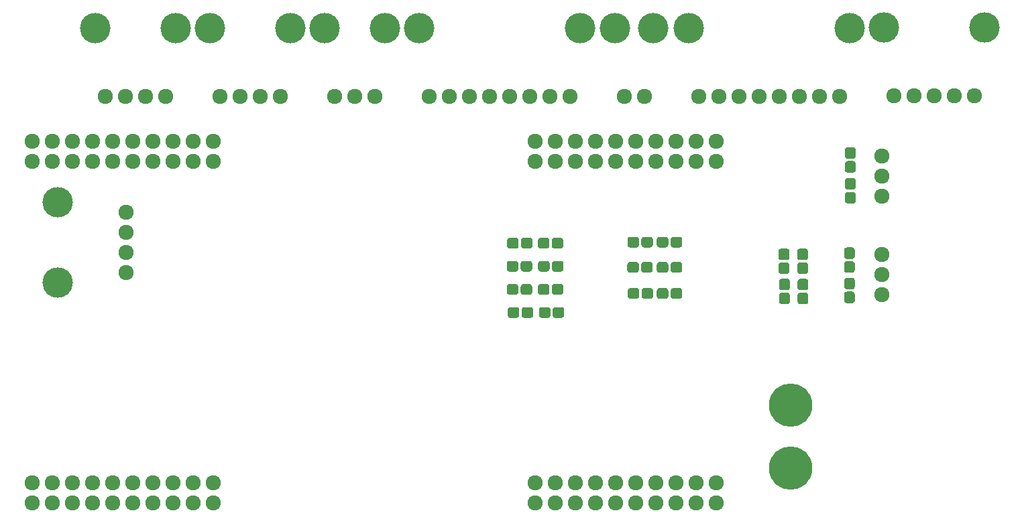
<source format=gbr>
G04 #@! TF.GenerationSoftware,KiCad,Pcbnew,(5.0.0)*
G04 #@! TF.CreationDate,2018-12-16T13:52:50-06:00*
G04 #@! TF.ProjectId,SRASensorBoard_Hardware,53524153656E736F72426F6172645F48,rev?*
G04 #@! TF.SameCoordinates,Original*
G04 #@! TF.FileFunction,Soldermask,Top*
G04 #@! TF.FilePolarity,Negative*
%FSLAX46Y46*%
G04 Gerber Fmt 4.6, Leading zero omitted, Abs format (unit mm)*
G04 Created by KiCad (PCBNEW (5.0.0)) date 12/16/18 13:52:50*
%MOMM*%
%LPD*%
G01*
G04 APERTURE LIST*
%ADD10C,5.480000*%
%ADD11C,1.924000*%
%ADD12C,3.850000*%
%ADD13C,0.100000*%
%ADD14C,1.350000*%
%ADD15C,1.920000*%
G04 APERTURE END LIST*
D10*
G04 #@! TO.C,Conn1*
X183362600Y-97281000D03*
X183362600Y-105282000D03*
G04 #@! TD*
D11*
G04 #@! TO.C,Conn8*
X171704000Y-58293000D03*
X174244000Y-58293000D03*
X176784000Y-58293000D03*
X179324000Y-58293000D03*
X181864000Y-58293000D03*
D12*
X170434000Y-49657000D03*
X190754000Y-49657000D03*
D11*
X184404000Y-58293000D03*
X186944000Y-58293000D03*
X189484000Y-58293000D03*
G04 #@! TD*
G04 #@! TO.C,Conn7*
X155448000Y-58293000D03*
X152908000Y-58293000D03*
X150368000Y-58293000D03*
D12*
X156718000Y-49657000D03*
X136398000Y-49657000D03*
D11*
X147828000Y-58293000D03*
X145288000Y-58293000D03*
X142748000Y-58293000D03*
X140208000Y-58293000D03*
X137668000Y-58293000D03*
G04 #@! TD*
D13*
G04 #@! TO.C,R1*
G36*
X182855376Y-77536625D02*
X182888138Y-77541485D01*
X182920266Y-77549533D01*
X182951451Y-77560691D01*
X182981391Y-77574852D01*
X183009800Y-77591879D01*
X183036403Y-77611609D01*
X183060944Y-77633851D01*
X183083186Y-77658392D01*
X183102916Y-77684995D01*
X183119943Y-77713404D01*
X183134104Y-77743344D01*
X183145262Y-77774529D01*
X183153310Y-77806657D01*
X183158170Y-77839419D01*
X183159795Y-77872500D01*
X183159795Y-78647500D01*
X183158170Y-78680581D01*
X183153310Y-78713343D01*
X183145262Y-78745471D01*
X183134104Y-78776656D01*
X183119943Y-78806596D01*
X183102916Y-78835005D01*
X183083186Y-78861608D01*
X183060944Y-78886149D01*
X183036403Y-78908391D01*
X183009800Y-78928121D01*
X182981391Y-78945148D01*
X182951451Y-78959309D01*
X182920266Y-78970467D01*
X182888138Y-78978515D01*
X182855376Y-78983375D01*
X182822295Y-78985000D01*
X182147295Y-78985000D01*
X182114214Y-78983375D01*
X182081452Y-78978515D01*
X182049324Y-78970467D01*
X182018139Y-78959309D01*
X181988199Y-78945148D01*
X181959790Y-78928121D01*
X181933187Y-78908391D01*
X181908646Y-78886149D01*
X181886404Y-78861608D01*
X181866674Y-78835005D01*
X181849647Y-78806596D01*
X181835486Y-78776656D01*
X181824328Y-78745471D01*
X181816280Y-78713343D01*
X181811420Y-78680581D01*
X181809795Y-78647500D01*
X181809795Y-77872500D01*
X181811420Y-77839419D01*
X181816280Y-77806657D01*
X181824328Y-77774529D01*
X181835486Y-77743344D01*
X181849647Y-77713404D01*
X181866674Y-77684995D01*
X181886404Y-77658392D01*
X181908646Y-77633851D01*
X181933187Y-77611609D01*
X181959790Y-77591879D01*
X181988199Y-77574852D01*
X182018139Y-77560691D01*
X182049324Y-77549533D01*
X182081452Y-77541485D01*
X182114214Y-77536625D01*
X182147295Y-77535000D01*
X182822295Y-77535000D01*
X182855376Y-77536625D01*
X182855376Y-77536625D01*
G37*
D14*
X182484795Y-78260000D03*
D13*
G36*
X182855376Y-79286625D02*
X182888138Y-79291485D01*
X182920266Y-79299533D01*
X182951451Y-79310691D01*
X182981391Y-79324852D01*
X183009800Y-79341879D01*
X183036403Y-79361609D01*
X183060944Y-79383851D01*
X183083186Y-79408392D01*
X183102916Y-79434995D01*
X183119943Y-79463404D01*
X183134104Y-79493344D01*
X183145262Y-79524529D01*
X183153310Y-79556657D01*
X183158170Y-79589419D01*
X183159795Y-79622500D01*
X183159795Y-80397500D01*
X183158170Y-80430581D01*
X183153310Y-80463343D01*
X183145262Y-80495471D01*
X183134104Y-80526656D01*
X183119943Y-80556596D01*
X183102916Y-80585005D01*
X183083186Y-80611608D01*
X183060944Y-80636149D01*
X183036403Y-80658391D01*
X183009800Y-80678121D01*
X182981391Y-80695148D01*
X182951451Y-80709309D01*
X182920266Y-80720467D01*
X182888138Y-80728515D01*
X182855376Y-80733375D01*
X182822295Y-80735000D01*
X182147295Y-80735000D01*
X182114214Y-80733375D01*
X182081452Y-80728515D01*
X182049324Y-80720467D01*
X182018139Y-80709309D01*
X181988199Y-80695148D01*
X181959790Y-80678121D01*
X181933187Y-80658391D01*
X181908646Y-80636149D01*
X181886404Y-80611608D01*
X181866674Y-80585005D01*
X181849647Y-80556596D01*
X181835486Y-80526656D01*
X181824328Y-80495471D01*
X181816280Y-80463343D01*
X181811420Y-80430581D01*
X181809795Y-80397500D01*
X181809795Y-79622500D01*
X181811420Y-79589419D01*
X181816280Y-79556657D01*
X181824328Y-79524529D01*
X181835486Y-79493344D01*
X181849647Y-79463404D01*
X181866674Y-79434995D01*
X181886404Y-79408392D01*
X181908646Y-79383851D01*
X181933187Y-79361609D01*
X181959790Y-79341879D01*
X181988199Y-79324852D01*
X182018139Y-79310691D01*
X182049324Y-79299533D01*
X182081452Y-79291485D01*
X182114214Y-79286625D01*
X182147295Y-79285000D01*
X182822295Y-79285000D01*
X182855376Y-79286625D01*
X182855376Y-79286625D01*
G37*
D14*
X182484795Y-80010000D03*
G04 #@! TD*
D11*
G04 #@! TO.C,Conn2*
X96774000Y-58293000D03*
X99314000Y-58293000D03*
X101854000Y-58293000D03*
X104394000Y-58293000D03*
D12*
X95504000Y-49657000D03*
X105664000Y-49657000D03*
G04 #@! TD*
D11*
G04 #@! TO.C,Conn3*
X125730000Y-58293000D03*
X128270000Y-58293000D03*
X130810000Y-58293000D03*
D12*
X124460000Y-49657000D03*
X132080000Y-49657000D03*
G04 #@! TD*
G04 #@! TO.C,Conn4*
X90805000Y-71628000D03*
X90805000Y-81788000D03*
D11*
X99441000Y-72898000D03*
X99441000Y-75438000D03*
X99441000Y-77978000D03*
X99441000Y-80518000D03*
G04 #@! TD*
G04 #@! TO.C,Conn5*
X196392800Y-58216800D03*
X198932800Y-58216800D03*
X201472800Y-58216800D03*
X204012800Y-58216800D03*
X206552800Y-58216800D03*
D12*
X195122800Y-49580800D03*
X207822800Y-49580800D03*
G04 #@! TD*
G04 #@! TO.C,Conn6*
X161161000Y-49653000D03*
D11*
X162306000Y-58293000D03*
X164846000Y-58293000D03*
D12*
X165989000Y-49657000D03*
G04 #@! TD*
D15*
G04 #@! TO.C,U1*
X151049001Y-109685001D03*
X173909001Y-63965001D03*
X171369001Y-63965001D03*
X163749001Y-63965001D03*
X161209001Y-107145001D03*
X166289001Y-63965001D03*
X168829001Y-63965001D03*
X166289001Y-109685001D03*
X171369001Y-107145001D03*
X161209001Y-63965001D03*
X158669001Y-63965001D03*
X171369001Y-109685001D03*
X166289001Y-107145001D03*
X163749001Y-107145001D03*
X151049001Y-107145001D03*
X153589001Y-107145001D03*
X156129001Y-107145001D03*
X158669001Y-107145001D03*
X168829001Y-107145001D03*
X173909001Y-107145001D03*
X153589001Y-109685001D03*
X156129001Y-109685001D03*
X158669001Y-109685001D03*
X161209001Y-109685001D03*
X163749001Y-109685001D03*
X168829001Y-109685001D03*
X173909001Y-109685001D03*
X151049001Y-66505001D03*
X153589001Y-66505001D03*
X156129001Y-66505001D03*
X158669001Y-66505001D03*
X161209001Y-66505001D03*
X163749001Y-66505001D03*
X166289001Y-66505001D03*
X168829001Y-66505001D03*
X171369001Y-66505001D03*
X173909001Y-66505001D03*
X151049001Y-63965001D03*
X153589001Y-63965001D03*
X156129001Y-63965001D03*
X87549001Y-107145001D03*
X90089001Y-107145001D03*
X92629001Y-107145001D03*
X95169001Y-107145001D03*
X97709001Y-107145001D03*
X100249001Y-107145001D03*
X102789001Y-107145001D03*
X105329001Y-107145001D03*
X107869001Y-107145001D03*
X110409001Y-107145001D03*
X87549001Y-109685001D03*
X90089001Y-109685001D03*
X92629001Y-109685001D03*
X95169001Y-109685001D03*
X97709001Y-109685001D03*
X100249001Y-109685001D03*
X102789001Y-109685001D03*
X105329001Y-109685001D03*
X107869001Y-109685001D03*
X110409001Y-109685001D03*
X87549001Y-66505001D03*
X90089001Y-66505001D03*
X92629001Y-66505001D03*
X95169001Y-66505001D03*
X97709001Y-66505001D03*
X100249001Y-66505001D03*
X102789001Y-66505001D03*
X105329001Y-66505001D03*
X107869001Y-66505001D03*
X110409001Y-66505001D03*
X87549001Y-63965001D03*
X90089001Y-63965001D03*
X92629001Y-63965001D03*
X95169001Y-63965001D03*
X97709001Y-63965001D03*
X100249001Y-63965001D03*
X102789001Y-63965001D03*
X105329001Y-63965001D03*
X107869001Y-63965001D03*
X110409001Y-63965001D03*
G04 #@! TD*
D13*
G04 #@! TO.C,C2*
G36*
X191124581Y-77381625D02*
X191157343Y-77386485D01*
X191189471Y-77394533D01*
X191220656Y-77405691D01*
X191250596Y-77419852D01*
X191279005Y-77436879D01*
X191305608Y-77456609D01*
X191330149Y-77478851D01*
X191352391Y-77503392D01*
X191372121Y-77529995D01*
X191389148Y-77558404D01*
X191403309Y-77588344D01*
X191414467Y-77619529D01*
X191422515Y-77651657D01*
X191427375Y-77684419D01*
X191429000Y-77717500D01*
X191429000Y-78492500D01*
X191427375Y-78525581D01*
X191422515Y-78558343D01*
X191414467Y-78590471D01*
X191403309Y-78621656D01*
X191389148Y-78651596D01*
X191372121Y-78680005D01*
X191352391Y-78706608D01*
X191330149Y-78731149D01*
X191305608Y-78753391D01*
X191279005Y-78773121D01*
X191250596Y-78790148D01*
X191220656Y-78804309D01*
X191189471Y-78815467D01*
X191157343Y-78823515D01*
X191124581Y-78828375D01*
X191091500Y-78830000D01*
X190416500Y-78830000D01*
X190383419Y-78828375D01*
X190350657Y-78823515D01*
X190318529Y-78815467D01*
X190287344Y-78804309D01*
X190257404Y-78790148D01*
X190228995Y-78773121D01*
X190202392Y-78753391D01*
X190177851Y-78731149D01*
X190155609Y-78706608D01*
X190135879Y-78680005D01*
X190118852Y-78651596D01*
X190104691Y-78621656D01*
X190093533Y-78590471D01*
X190085485Y-78558343D01*
X190080625Y-78525581D01*
X190079000Y-78492500D01*
X190079000Y-77717500D01*
X190080625Y-77684419D01*
X190085485Y-77651657D01*
X190093533Y-77619529D01*
X190104691Y-77588344D01*
X190118852Y-77558404D01*
X190135879Y-77529995D01*
X190155609Y-77503392D01*
X190177851Y-77478851D01*
X190202392Y-77456609D01*
X190228995Y-77436879D01*
X190257404Y-77419852D01*
X190287344Y-77405691D01*
X190318529Y-77394533D01*
X190350657Y-77386485D01*
X190383419Y-77381625D01*
X190416500Y-77380000D01*
X191091500Y-77380000D01*
X191124581Y-77381625D01*
X191124581Y-77381625D01*
G37*
D14*
X190754000Y-78105000D03*
D13*
G36*
X191124581Y-79131625D02*
X191157343Y-79136485D01*
X191189471Y-79144533D01*
X191220656Y-79155691D01*
X191250596Y-79169852D01*
X191279005Y-79186879D01*
X191305608Y-79206609D01*
X191330149Y-79228851D01*
X191352391Y-79253392D01*
X191372121Y-79279995D01*
X191389148Y-79308404D01*
X191403309Y-79338344D01*
X191414467Y-79369529D01*
X191422515Y-79401657D01*
X191427375Y-79434419D01*
X191429000Y-79467500D01*
X191429000Y-80242500D01*
X191427375Y-80275581D01*
X191422515Y-80308343D01*
X191414467Y-80340471D01*
X191403309Y-80371656D01*
X191389148Y-80401596D01*
X191372121Y-80430005D01*
X191352391Y-80456608D01*
X191330149Y-80481149D01*
X191305608Y-80503391D01*
X191279005Y-80523121D01*
X191250596Y-80540148D01*
X191220656Y-80554309D01*
X191189471Y-80565467D01*
X191157343Y-80573515D01*
X191124581Y-80578375D01*
X191091500Y-80580000D01*
X190416500Y-80580000D01*
X190383419Y-80578375D01*
X190350657Y-80573515D01*
X190318529Y-80565467D01*
X190287344Y-80554309D01*
X190257404Y-80540148D01*
X190228995Y-80523121D01*
X190202392Y-80503391D01*
X190177851Y-80481149D01*
X190155609Y-80456608D01*
X190135879Y-80430005D01*
X190118852Y-80401596D01*
X190104691Y-80371656D01*
X190093533Y-80340471D01*
X190085485Y-80308343D01*
X190080625Y-80275581D01*
X190079000Y-80242500D01*
X190079000Y-79467500D01*
X190080625Y-79434419D01*
X190085485Y-79401657D01*
X190093533Y-79369529D01*
X190104691Y-79338344D01*
X190118852Y-79308404D01*
X190135879Y-79279995D01*
X190155609Y-79253392D01*
X190177851Y-79228851D01*
X190202392Y-79206609D01*
X190228995Y-79186879D01*
X190257404Y-79169852D01*
X190287344Y-79155691D01*
X190318529Y-79144533D01*
X190350657Y-79136485D01*
X190383419Y-79131625D01*
X190416500Y-79130000D01*
X191091500Y-79130000D01*
X191124581Y-79131625D01*
X191124581Y-79131625D01*
G37*
D14*
X190754000Y-79855000D03*
G04 #@! TD*
D13*
G04 #@! TO.C,C1*
G36*
X191251581Y-70368625D02*
X191284343Y-70373485D01*
X191316471Y-70381533D01*
X191347656Y-70392691D01*
X191377596Y-70406852D01*
X191406005Y-70423879D01*
X191432608Y-70443609D01*
X191457149Y-70465851D01*
X191479391Y-70490392D01*
X191499121Y-70516995D01*
X191516148Y-70545404D01*
X191530309Y-70575344D01*
X191541467Y-70606529D01*
X191549515Y-70638657D01*
X191554375Y-70671419D01*
X191556000Y-70704500D01*
X191556000Y-71479500D01*
X191554375Y-71512581D01*
X191549515Y-71545343D01*
X191541467Y-71577471D01*
X191530309Y-71608656D01*
X191516148Y-71638596D01*
X191499121Y-71667005D01*
X191479391Y-71693608D01*
X191457149Y-71718149D01*
X191432608Y-71740391D01*
X191406005Y-71760121D01*
X191377596Y-71777148D01*
X191347656Y-71791309D01*
X191316471Y-71802467D01*
X191284343Y-71810515D01*
X191251581Y-71815375D01*
X191218500Y-71817000D01*
X190543500Y-71817000D01*
X190510419Y-71815375D01*
X190477657Y-71810515D01*
X190445529Y-71802467D01*
X190414344Y-71791309D01*
X190384404Y-71777148D01*
X190355995Y-71760121D01*
X190329392Y-71740391D01*
X190304851Y-71718149D01*
X190282609Y-71693608D01*
X190262879Y-71667005D01*
X190245852Y-71638596D01*
X190231691Y-71608656D01*
X190220533Y-71577471D01*
X190212485Y-71545343D01*
X190207625Y-71512581D01*
X190206000Y-71479500D01*
X190206000Y-70704500D01*
X190207625Y-70671419D01*
X190212485Y-70638657D01*
X190220533Y-70606529D01*
X190231691Y-70575344D01*
X190245852Y-70545404D01*
X190262879Y-70516995D01*
X190282609Y-70490392D01*
X190304851Y-70465851D01*
X190329392Y-70443609D01*
X190355995Y-70423879D01*
X190384404Y-70406852D01*
X190414344Y-70392691D01*
X190445529Y-70381533D01*
X190477657Y-70373485D01*
X190510419Y-70368625D01*
X190543500Y-70367000D01*
X191218500Y-70367000D01*
X191251581Y-70368625D01*
X191251581Y-70368625D01*
G37*
D14*
X190881000Y-71092000D03*
D13*
G36*
X191251581Y-68618625D02*
X191284343Y-68623485D01*
X191316471Y-68631533D01*
X191347656Y-68642691D01*
X191377596Y-68656852D01*
X191406005Y-68673879D01*
X191432608Y-68693609D01*
X191457149Y-68715851D01*
X191479391Y-68740392D01*
X191499121Y-68766995D01*
X191516148Y-68795404D01*
X191530309Y-68825344D01*
X191541467Y-68856529D01*
X191549515Y-68888657D01*
X191554375Y-68921419D01*
X191556000Y-68954500D01*
X191556000Y-69729500D01*
X191554375Y-69762581D01*
X191549515Y-69795343D01*
X191541467Y-69827471D01*
X191530309Y-69858656D01*
X191516148Y-69888596D01*
X191499121Y-69917005D01*
X191479391Y-69943608D01*
X191457149Y-69968149D01*
X191432608Y-69990391D01*
X191406005Y-70010121D01*
X191377596Y-70027148D01*
X191347656Y-70041309D01*
X191316471Y-70052467D01*
X191284343Y-70060515D01*
X191251581Y-70065375D01*
X191218500Y-70067000D01*
X190543500Y-70067000D01*
X190510419Y-70065375D01*
X190477657Y-70060515D01*
X190445529Y-70052467D01*
X190414344Y-70041309D01*
X190384404Y-70027148D01*
X190355995Y-70010121D01*
X190329392Y-69990391D01*
X190304851Y-69968149D01*
X190282609Y-69943608D01*
X190262879Y-69917005D01*
X190245852Y-69888596D01*
X190231691Y-69858656D01*
X190220533Y-69827471D01*
X190212485Y-69795343D01*
X190207625Y-69762581D01*
X190206000Y-69729500D01*
X190206000Y-68954500D01*
X190207625Y-68921419D01*
X190212485Y-68888657D01*
X190220533Y-68856529D01*
X190231691Y-68825344D01*
X190245852Y-68795404D01*
X190262879Y-68766995D01*
X190282609Y-68740392D01*
X190304851Y-68715851D01*
X190329392Y-68693609D01*
X190355995Y-68673879D01*
X190384404Y-68656852D01*
X190414344Y-68642691D01*
X190445529Y-68631533D01*
X190477657Y-68623485D01*
X190510419Y-68618625D01*
X190543500Y-68617000D01*
X191218500Y-68617000D01*
X191251581Y-68618625D01*
X191251581Y-68618625D01*
G37*
D14*
X190881000Y-69342000D03*
G04 #@! TD*
D13*
G04 #@! TO.C,C3*
G36*
X191124581Y-82969625D02*
X191157343Y-82974485D01*
X191189471Y-82982533D01*
X191220656Y-82993691D01*
X191250596Y-83007852D01*
X191279005Y-83024879D01*
X191305608Y-83044609D01*
X191330149Y-83066851D01*
X191352391Y-83091392D01*
X191372121Y-83117995D01*
X191389148Y-83146404D01*
X191403309Y-83176344D01*
X191414467Y-83207529D01*
X191422515Y-83239657D01*
X191427375Y-83272419D01*
X191429000Y-83305500D01*
X191429000Y-84080500D01*
X191427375Y-84113581D01*
X191422515Y-84146343D01*
X191414467Y-84178471D01*
X191403309Y-84209656D01*
X191389148Y-84239596D01*
X191372121Y-84268005D01*
X191352391Y-84294608D01*
X191330149Y-84319149D01*
X191305608Y-84341391D01*
X191279005Y-84361121D01*
X191250596Y-84378148D01*
X191220656Y-84392309D01*
X191189471Y-84403467D01*
X191157343Y-84411515D01*
X191124581Y-84416375D01*
X191091500Y-84418000D01*
X190416500Y-84418000D01*
X190383419Y-84416375D01*
X190350657Y-84411515D01*
X190318529Y-84403467D01*
X190287344Y-84392309D01*
X190257404Y-84378148D01*
X190228995Y-84361121D01*
X190202392Y-84341391D01*
X190177851Y-84319149D01*
X190155609Y-84294608D01*
X190135879Y-84268005D01*
X190118852Y-84239596D01*
X190104691Y-84209656D01*
X190093533Y-84178471D01*
X190085485Y-84146343D01*
X190080625Y-84113581D01*
X190079000Y-84080500D01*
X190079000Y-83305500D01*
X190080625Y-83272419D01*
X190085485Y-83239657D01*
X190093533Y-83207529D01*
X190104691Y-83176344D01*
X190118852Y-83146404D01*
X190135879Y-83117995D01*
X190155609Y-83091392D01*
X190177851Y-83066851D01*
X190202392Y-83044609D01*
X190228995Y-83024879D01*
X190257404Y-83007852D01*
X190287344Y-82993691D01*
X190318529Y-82982533D01*
X190350657Y-82974485D01*
X190383419Y-82969625D01*
X190416500Y-82968000D01*
X191091500Y-82968000D01*
X191124581Y-82969625D01*
X191124581Y-82969625D01*
G37*
D14*
X190754000Y-83693000D03*
D13*
G36*
X191124581Y-81219625D02*
X191157343Y-81224485D01*
X191189471Y-81232533D01*
X191220656Y-81243691D01*
X191250596Y-81257852D01*
X191279005Y-81274879D01*
X191305608Y-81294609D01*
X191330149Y-81316851D01*
X191352391Y-81341392D01*
X191372121Y-81367995D01*
X191389148Y-81396404D01*
X191403309Y-81426344D01*
X191414467Y-81457529D01*
X191422515Y-81489657D01*
X191427375Y-81522419D01*
X191429000Y-81555500D01*
X191429000Y-82330500D01*
X191427375Y-82363581D01*
X191422515Y-82396343D01*
X191414467Y-82428471D01*
X191403309Y-82459656D01*
X191389148Y-82489596D01*
X191372121Y-82518005D01*
X191352391Y-82544608D01*
X191330149Y-82569149D01*
X191305608Y-82591391D01*
X191279005Y-82611121D01*
X191250596Y-82628148D01*
X191220656Y-82642309D01*
X191189471Y-82653467D01*
X191157343Y-82661515D01*
X191124581Y-82666375D01*
X191091500Y-82668000D01*
X190416500Y-82668000D01*
X190383419Y-82666375D01*
X190350657Y-82661515D01*
X190318529Y-82653467D01*
X190287344Y-82642309D01*
X190257404Y-82628148D01*
X190228995Y-82611121D01*
X190202392Y-82591391D01*
X190177851Y-82569149D01*
X190155609Y-82544608D01*
X190135879Y-82518005D01*
X190118852Y-82489596D01*
X190104691Y-82459656D01*
X190093533Y-82428471D01*
X190085485Y-82396343D01*
X190080625Y-82363581D01*
X190079000Y-82330500D01*
X190079000Y-81555500D01*
X190080625Y-81522419D01*
X190085485Y-81489657D01*
X190093533Y-81457529D01*
X190104691Y-81426344D01*
X190118852Y-81396404D01*
X190135879Y-81367995D01*
X190155609Y-81341392D01*
X190177851Y-81316851D01*
X190202392Y-81294609D01*
X190228995Y-81274879D01*
X190257404Y-81257852D01*
X190287344Y-81243691D01*
X190318529Y-81232533D01*
X190350657Y-81224485D01*
X190383419Y-81219625D01*
X190416500Y-81218000D01*
X191091500Y-81218000D01*
X191124581Y-81219625D01*
X191124581Y-81219625D01*
G37*
D14*
X190754000Y-81943000D03*
G04 #@! TD*
D13*
G04 #@! TO.C,C4*
G36*
X191251581Y-64709625D02*
X191284343Y-64714485D01*
X191316471Y-64722533D01*
X191347656Y-64733691D01*
X191377596Y-64747852D01*
X191406005Y-64764879D01*
X191432608Y-64784609D01*
X191457149Y-64806851D01*
X191479391Y-64831392D01*
X191499121Y-64857995D01*
X191516148Y-64886404D01*
X191530309Y-64916344D01*
X191541467Y-64947529D01*
X191549515Y-64979657D01*
X191554375Y-65012419D01*
X191556000Y-65045500D01*
X191556000Y-65820500D01*
X191554375Y-65853581D01*
X191549515Y-65886343D01*
X191541467Y-65918471D01*
X191530309Y-65949656D01*
X191516148Y-65979596D01*
X191499121Y-66008005D01*
X191479391Y-66034608D01*
X191457149Y-66059149D01*
X191432608Y-66081391D01*
X191406005Y-66101121D01*
X191377596Y-66118148D01*
X191347656Y-66132309D01*
X191316471Y-66143467D01*
X191284343Y-66151515D01*
X191251581Y-66156375D01*
X191218500Y-66158000D01*
X190543500Y-66158000D01*
X190510419Y-66156375D01*
X190477657Y-66151515D01*
X190445529Y-66143467D01*
X190414344Y-66132309D01*
X190384404Y-66118148D01*
X190355995Y-66101121D01*
X190329392Y-66081391D01*
X190304851Y-66059149D01*
X190282609Y-66034608D01*
X190262879Y-66008005D01*
X190245852Y-65979596D01*
X190231691Y-65949656D01*
X190220533Y-65918471D01*
X190212485Y-65886343D01*
X190207625Y-65853581D01*
X190206000Y-65820500D01*
X190206000Y-65045500D01*
X190207625Y-65012419D01*
X190212485Y-64979657D01*
X190220533Y-64947529D01*
X190231691Y-64916344D01*
X190245852Y-64886404D01*
X190262879Y-64857995D01*
X190282609Y-64831392D01*
X190304851Y-64806851D01*
X190329392Y-64784609D01*
X190355995Y-64764879D01*
X190384404Y-64747852D01*
X190414344Y-64733691D01*
X190445529Y-64722533D01*
X190477657Y-64714485D01*
X190510419Y-64709625D01*
X190543500Y-64708000D01*
X191218500Y-64708000D01*
X191251581Y-64709625D01*
X191251581Y-64709625D01*
G37*
D14*
X190881000Y-65433000D03*
D13*
G36*
X191251581Y-66459625D02*
X191284343Y-66464485D01*
X191316471Y-66472533D01*
X191347656Y-66483691D01*
X191377596Y-66497852D01*
X191406005Y-66514879D01*
X191432608Y-66534609D01*
X191457149Y-66556851D01*
X191479391Y-66581392D01*
X191499121Y-66607995D01*
X191516148Y-66636404D01*
X191530309Y-66666344D01*
X191541467Y-66697529D01*
X191549515Y-66729657D01*
X191554375Y-66762419D01*
X191556000Y-66795500D01*
X191556000Y-67570500D01*
X191554375Y-67603581D01*
X191549515Y-67636343D01*
X191541467Y-67668471D01*
X191530309Y-67699656D01*
X191516148Y-67729596D01*
X191499121Y-67758005D01*
X191479391Y-67784608D01*
X191457149Y-67809149D01*
X191432608Y-67831391D01*
X191406005Y-67851121D01*
X191377596Y-67868148D01*
X191347656Y-67882309D01*
X191316471Y-67893467D01*
X191284343Y-67901515D01*
X191251581Y-67906375D01*
X191218500Y-67908000D01*
X190543500Y-67908000D01*
X190510419Y-67906375D01*
X190477657Y-67901515D01*
X190445529Y-67893467D01*
X190414344Y-67882309D01*
X190384404Y-67868148D01*
X190355995Y-67851121D01*
X190329392Y-67831391D01*
X190304851Y-67809149D01*
X190282609Y-67784608D01*
X190262879Y-67758005D01*
X190245852Y-67729596D01*
X190231691Y-67699656D01*
X190220533Y-67668471D01*
X190212485Y-67636343D01*
X190207625Y-67603581D01*
X190206000Y-67570500D01*
X190206000Y-66795500D01*
X190207625Y-66762419D01*
X190212485Y-66729657D01*
X190220533Y-66697529D01*
X190231691Y-66666344D01*
X190245852Y-66636404D01*
X190262879Y-66607995D01*
X190282609Y-66581392D01*
X190304851Y-66556851D01*
X190329392Y-66534609D01*
X190355995Y-66514879D01*
X190384404Y-66497852D01*
X190414344Y-66483691D01*
X190445529Y-66472533D01*
X190477657Y-66464485D01*
X190510419Y-66459625D01*
X190543500Y-66458000D01*
X191218500Y-66458000D01*
X191251581Y-66459625D01*
X191251581Y-66459625D01*
G37*
D14*
X190881000Y-67183000D03*
G04 #@! TD*
D11*
G04 #@! TO.C,Conn9*
X111252000Y-58293000D03*
X113792000Y-58293000D03*
X116332000Y-58293000D03*
X118872000Y-58293000D03*
D12*
X109982000Y-49657000D03*
X120142000Y-49657000D03*
G04 #@! TD*
D13*
G04 #@! TO.C,D3*
G36*
X182918876Y-83096625D02*
X182951638Y-83101485D01*
X182983766Y-83109533D01*
X183014951Y-83120691D01*
X183044891Y-83134852D01*
X183073300Y-83151879D01*
X183099903Y-83171609D01*
X183124444Y-83193851D01*
X183146686Y-83218392D01*
X183166416Y-83244995D01*
X183183443Y-83273404D01*
X183197604Y-83303344D01*
X183208762Y-83334529D01*
X183216810Y-83366657D01*
X183221670Y-83399419D01*
X183223295Y-83432500D01*
X183223295Y-84207500D01*
X183221670Y-84240581D01*
X183216810Y-84273343D01*
X183208762Y-84305471D01*
X183197604Y-84336656D01*
X183183443Y-84366596D01*
X183166416Y-84395005D01*
X183146686Y-84421608D01*
X183124444Y-84446149D01*
X183099903Y-84468391D01*
X183073300Y-84488121D01*
X183044891Y-84505148D01*
X183014951Y-84519309D01*
X182983766Y-84530467D01*
X182951638Y-84538515D01*
X182918876Y-84543375D01*
X182885795Y-84545000D01*
X182210795Y-84545000D01*
X182177714Y-84543375D01*
X182144952Y-84538515D01*
X182112824Y-84530467D01*
X182081639Y-84519309D01*
X182051699Y-84505148D01*
X182023290Y-84488121D01*
X181996687Y-84468391D01*
X181972146Y-84446149D01*
X181949904Y-84421608D01*
X181930174Y-84395005D01*
X181913147Y-84366596D01*
X181898986Y-84336656D01*
X181887828Y-84305471D01*
X181879780Y-84273343D01*
X181874920Y-84240581D01*
X181873295Y-84207500D01*
X181873295Y-83432500D01*
X181874920Y-83399419D01*
X181879780Y-83366657D01*
X181887828Y-83334529D01*
X181898986Y-83303344D01*
X181913147Y-83273404D01*
X181930174Y-83244995D01*
X181949904Y-83218392D01*
X181972146Y-83193851D01*
X181996687Y-83171609D01*
X182023290Y-83151879D01*
X182051699Y-83134852D01*
X182081639Y-83120691D01*
X182112824Y-83109533D01*
X182144952Y-83101485D01*
X182177714Y-83096625D01*
X182210795Y-83095000D01*
X182885795Y-83095000D01*
X182918876Y-83096625D01*
X182918876Y-83096625D01*
G37*
D14*
X182548295Y-83820000D03*
D13*
G36*
X182918876Y-81346625D02*
X182951638Y-81351485D01*
X182983766Y-81359533D01*
X183014951Y-81370691D01*
X183044891Y-81384852D01*
X183073300Y-81401879D01*
X183099903Y-81421609D01*
X183124444Y-81443851D01*
X183146686Y-81468392D01*
X183166416Y-81494995D01*
X183183443Y-81523404D01*
X183197604Y-81553344D01*
X183208762Y-81584529D01*
X183216810Y-81616657D01*
X183221670Y-81649419D01*
X183223295Y-81682500D01*
X183223295Y-82457500D01*
X183221670Y-82490581D01*
X183216810Y-82523343D01*
X183208762Y-82555471D01*
X183197604Y-82586656D01*
X183183443Y-82616596D01*
X183166416Y-82645005D01*
X183146686Y-82671608D01*
X183124444Y-82696149D01*
X183099903Y-82718391D01*
X183073300Y-82738121D01*
X183044891Y-82755148D01*
X183014951Y-82769309D01*
X182983766Y-82780467D01*
X182951638Y-82788515D01*
X182918876Y-82793375D01*
X182885795Y-82795000D01*
X182210795Y-82795000D01*
X182177714Y-82793375D01*
X182144952Y-82788515D01*
X182112824Y-82780467D01*
X182081639Y-82769309D01*
X182051699Y-82755148D01*
X182023290Y-82738121D01*
X181996687Y-82718391D01*
X181972146Y-82696149D01*
X181949904Y-82671608D01*
X181930174Y-82645005D01*
X181913147Y-82616596D01*
X181898986Y-82586656D01*
X181887828Y-82555471D01*
X181879780Y-82523343D01*
X181874920Y-82490581D01*
X181873295Y-82457500D01*
X181873295Y-81682500D01*
X181874920Y-81649419D01*
X181879780Y-81616657D01*
X181887828Y-81584529D01*
X181898986Y-81553344D01*
X181913147Y-81523404D01*
X181930174Y-81494995D01*
X181949904Y-81468392D01*
X181972146Y-81443851D01*
X181996687Y-81421609D01*
X182023290Y-81401879D01*
X182051699Y-81384852D01*
X182081639Y-81370691D01*
X182112824Y-81359533D01*
X182144952Y-81351485D01*
X182177714Y-81346625D01*
X182210795Y-81345000D01*
X182885795Y-81345000D01*
X182918876Y-81346625D01*
X182918876Y-81346625D01*
G37*
D14*
X182548295Y-82070000D03*
G04 #@! TD*
D13*
G04 #@! TO.C,D4*
G36*
X185257181Y-83096625D02*
X185289943Y-83101485D01*
X185322071Y-83109533D01*
X185353256Y-83120691D01*
X185383196Y-83134852D01*
X185411605Y-83151879D01*
X185438208Y-83171609D01*
X185462749Y-83193851D01*
X185484991Y-83218392D01*
X185504721Y-83244995D01*
X185521748Y-83273404D01*
X185535909Y-83303344D01*
X185547067Y-83334529D01*
X185555115Y-83366657D01*
X185559975Y-83399419D01*
X185561600Y-83432500D01*
X185561600Y-84207500D01*
X185559975Y-84240581D01*
X185555115Y-84273343D01*
X185547067Y-84305471D01*
X185535909Y-84336656D01*
X185521748Y-84366596D01*
X185504721Y-84395005D01*
X185484991Y-84421608D01*
X185462749Y-84446149D01*
X185438208Y-84468391D01*
X185411605Y-84488121D01*
X185383196Y-84505148D01*
X185353256Y-84519309D01*
X185322071Y-84530467D01*
X185289943Y-84538515D01*
X185257181Y-84543375D01*
X185224100Y-84545000D01*
X184549100Y-84545000D01*
X184516019Y-84543375D01*
X184483257Y-84538515D01*
X184451129Y-84530467D01*
X184419944Y-84519309D01*
X184390004Y-84505148D01*
X184361595Y-84488121D01*
X184334992Y-84468391D01*
X184310451Y-84446149D01*
X184288209Y-84421608D01*
X184268479Y-84395005D01*
X184251452Y-84366596D01*
X184237291Y-84336656D01*
X184226133Y-84305471D01*
X184218085Y-84273343D01*
X184213225Y-84240581D01*
X184211600Y-84207500D01*
X184211600Y-83432500D01*
X184213225Y-83399419D01*
X184218085Y-83366657D01*
X184226133Y-83334529D01*
X184237291Y-83303344D01*
X184251452Y-83273404D01*
X184268479Y-83244995D01*
X184288209Y-83218392D01*
X184310451Y-83193851D01*
X184334992Y-83171609D01*
X184361595Y-83151879D01*
X184390004Y-83134852D01*
X184419944Y-83120691D01*
X184451129Y-83109533D01*
X184483257Y-83101485D01*
X184516019Y-83096625D01*
X184549100Y-83095000D01*
X185224100Y-83095000D01*
X185257181Y-83096625D01*
X185257181Y-83096625D01*
G37*
D14*
X184886600Y-83820000D03*
D13*
G36*
X185257181Y-81346625D02*
X185289943Y-81351485D01*
X185322071Y-81359533D01*
X185353256Y-81370691D01*
X185383196Y-81384852D01*
X185411605Y-81401879D01*
X185438208Y-81421609D01*
X185462749Y-81443851D01*
X185484991Y-81468392D01*
X185504721Y-81494995D01*
X185521748Y-81523404D01*
X185535909Y-81553344D01*
X185547067Y-81584529D01*
X185555115Y-81616657D01*
X185559975Y-81649419D01*
X185561600Y-81682500D01*
X185561600Y-82457500D01*
X185559975Y-82490581D01*
X185555115Y-82523343D01*
X185547067Y-82555471D01*
X185535909Y-82586656D01*
X185521748Y-82616596D01*
X185504721Y-82645005D01*
X185484991Y-82671608D01*
X185462749Y-82696149D01*
X185438208Y-82718391D01*
X185411605Y-82738121D01*
X185383196Y-82755148D01*
X185353256Y-82769309D01*
X185322071Y-82780467D01*
X185289943Y-82788515D01*
X185257181Y-82793375D01*
X185224100Y-82795000D01*
X184549100Y-82795000D01*
X184516019Y-82793375D01*
X184483257Y-82788515D01*
X184451129Y-82780467D01*
X184419944Y-82769309D01*
X184390004Y-82755148D01*
X184361595Y-82738121D01*
X184334992Y-82718391D01*
X184310451Y-82696149D01*
X184288209Y-82671608D01*
X184268479Y-82645005D01*
X184251452Y-82616596D01*
X184237291Y-82586656D01*
X184226133Y-82555471D01*
X184218085Y-82523343D01*
X184213225Y-82490581D01*
X184211600Y-82457500D01*
X184211600Y-81682500D01*
X184213225Y-81649419D01*
X184218085Y-81616657D01*
X184226133Y-81584529D01*
X184237291Y-81553344D01*
X184251452Y-81523404D01*
X184268479Y-81494995D01*
X184288209Y-81468392D01*
X184310451Y-81443851D01*
X184334992Y-81421609D01*
X184361595Y-81401879D01*
X184390004Y-81384852D01*
X184419944Y-81370691D01*
X184451129Y-81359533D01*
X184483257Y-81351485D01*
X184516019Y-81346625D01*
X184549100Y-81345000D01*
X185224100Y-81345000D01*
X185257181Y-81346625D01*
X185257181Y-81346625D01*
G37*
D14*
X184886600Y-82070000D03*
G04 #@! TD*
D13*
G04 #@! TO.C,D5*
G36*
X152566581Y-76161625D02*
X152599343Y-76166485D01*
X152631471Y-76174533D01*
X152662656Y-76185691D01*
X152692596Y-76199852D01*
X152721005Y-76216879D01*
X152747608Y-76236609D01*
X152772149Y-76258851D01*
X152794391Y-76283392D01*
X152814121Y-76309995D01*
X152831148Y-76338404D01*
X152845309Y-76368344D01*
X152856467Y-76399529D01*
X152864515Y-76431657D01*
X152869375Y-76464419D01*
X152871000Y-76497500D01*
X152871000Y-77172500D01*
X152869375Y-77205581D01*
X152864515Y-77238343D01*
X152856467Y-77270471D01*
X152845309Y-77301656D01*
X152831148Y-77331596D01*
X152814121Y-77360005D01*
X152794391Y-77386608D01*
X152772149Y-77411149D01*
X152747608Y-77433391D01*
X152721005Y-77453121D01*
X152692596Y-77470148D01*
X152662656Y-77484309D01*
X152631471Y-77495467D01*
X152599343Y-77503515D01*
X152566581Y-77508375D01*
X152533500Y-77510000D01*
X151758500Y-77510000D01*
X151725419Y-77508375D01*
X151692657Y-77503515D01*
X151660529Y-77495467D01*
X151629344Y-77484309D01*
X151599404Y-77470148D01*
X151570995Y-77453121D01*
X151544392Y-77433391D01*
X151519851Y-77411149D01*
X151497609Y-77386608D01*
X151477879Y-77360005D01*
X151460852Y-77331596D01*
X151446691Y-77301656D01*
X151435533Y-77270471D01*
X151427485Y-77238343D01*
X151422625Y-77205581D01*
X151421000Y-77172500D01*
X151421000Y-76497500D01*
X151422625Y-76464419D01*
X151427485Y-76431657D01*
X151435533Y-76399529D01*
X151446691Y-76368344D01*
X151460852Y-76338404D01*
X151477879Y-76309995D01*
X151497609Y-76283392D01*
X151519851Y-76258851D01*
X151544392Y-76236609D01*
X151570995Y-76216879D01*
X151599404Y-76199852D01*
X151629344Y-76185691D01*
X151660529Y-76174533D01*
X151692657Y-76166485D01*
X151725419Y-76161625D01*
X151758500Y-76160000D01*
X152533500Y-76160000D01*
X152566581Y-76161625D01*
X152566581Y-76161625D01*
G37*
D14*
X152146000Y-76835000D03*
D13*
G36*
X154316581Y-76161625D02*
X154349343Y-76166485D01*
X154381471Y-76174533D01*
X154412656Y-76185691D01*
X154442596Y-76199852D01*
X154471005Y-76216879D01*
X154497608Y-76236609D01*
X154522149Y-76258851D01*
X154544391Y-76283392D01*
X154564121Y-76309995D01*
X154581148Y-76338404D01*
X154595309Y-76368344D01*
X154606467Y-76399529D01*
X154614515Y-76431657D01*
X154619375Y-76464419D01*
X154621000Y-76497500D01*
X154621000Y-77172500D01*
X154619375Y-77205581D01*
X154614515Y-77238343D01*
X154606467Y-77270471D01*
X154595309Y-77301656D01*
X154581148Y-77331596D01*
X154564121Y-77360005D01*
X154544391Y-77386608D01*
X154522149Y-77411149D01*
X154497608Y-77433391D01*
X154471005Y-77453121D01*
X154442596Y-77470148D01*
X154412656Y-77484309D01*
X154381471Y-77495467D01*
X154349343Y-77503515D01*
X154316581Y-77508375D01*
X154283500Y-77510000D01*
X153508500Y-77510000D01*
X153475419Y-77508375D01*
X153442657Y-77503515D01*
X153410529Y-77495467D01*
X153379344Y-77484309D01*
X153349404Y-77470148D01*
X153320995Y-77453121D01*
X153294392Y-77433391D01*
X153269851Y-77411149D01*
X153247609Y-77386608D01*
X153227879Y-77360005D01*
X153210852Y-77331596D01*
X153196691Y-77301656D01*
X153185533Y-77270471D01*
X153177485Y-77238343D01*
X153172625Y-77205581D01*
X153171000Y-77172500D01*
X153171000Y-76497500D01*
X153172625Y-76464419D01*
X153177485Y-76431657D01*
X153185533Y-76399529D01*
X153196691Y-76368344D01*
X153210852Y-76338404D01*
X153227879Y-76309995D01*
X153247609Y-76283392D01*
X153269851Y-76258851D01*
X153294392Y-76236609D01*
X153320995Y-76216879D01*
X153349404Y-76199852D01*
X153379344Y-76185691D01*
X153410529Y-76174533D01*
X153442657Y-76166485D01*
X153475419Y-76161625D01*
X153508500Y-76160000D01*
X154283500Y-76160000D01*
X154316581Y-76161625D01*
X154316581Y-76161625D01*
G37*
D14*
X153896000Y-76835000D03*
G04 #@! TD*
D13*
G04 #@! TO.C,D6*
G36*
X154330581Y-82003625D02*
X154363343Y-82008485D01*
X154395471Y-82016533D01*
X154426656Y-82027691D01*
X154456596Y-82041852D01*
X154485005Y-82058879D01*
X154511608Y-82078609D01*
X154536149Y-82100851D01*
X154558391Y-82125392D01*
X154578121Y-82151995D01*
X154595148Y-82180404D01*
X154609309Y-82210344D01*
X154620467Y-82241529D01*
X154628515Y-82273657D01*
X154633375Y-82306419D01*
X154635000Y-82339500D01*
X154635000Y-83014500D01*
X154633375Y-83047581D01*
X154628515Y-83080343D01*
X154620467Y-83112471D01*
X154609309Y-83143656D01*
X154595148Y-83173596D01*
X154578121Y-83202005D01*
X154558391Y-83228608D01*
X154536149Y-83253149D01*
X154511608Y-83275391D01*
X154485005Y-83295121D01*
X154456596Y-83312148D01*
X154426656Y-83326309D01*
X154395471Y-83337467D01*
X154363343Y-83345515D01*
X154330581Y-83350375D01*
X154297500Y-83352000D01*
X153522500Y-83352000D01*
X153489419Y-83350375D01*
X153456657Y-83345515D01*
X153424529Y-83337467D01*
X153393344Y-83326309D01*
X153363404Y-83312148D01*
X153334995Y-83295121D01*
X153308392Y-83275391D01*
X153283851Y-83253149D01*
X153261609Y-83228608D01*
X153241879Y-83202005D01*
X153224852Y-83173596D01*
X153210691Y-83143656D01*
X153199533Y-83112471D01*
X153191485Y-83080343D01*
X153186625Y-83047581D01*
X153185000Y-83014500D01*
X153185000Y-82339500D01*
X153186625Y-82306419D01*
X153191485Y-82273657D01*
X153199533Y-82241529D01*
X153210691Y-82210344D01*
X153224852Y-82180404D01*
X153241879Y-82151995D01*
X153261609Y-82125392D01*
X153283851Y-82100851D01*
X153308392Y-82078609D01*
X153334995Y-82058879D01*
X153363404Y-82041852D01*
X153393344Y-82027691D01*
X153424529Y-82016533D01*
X153456657Y-82008485D01*
X153489419Y-82003625D01*
X153522500Y-82002000D01*
X154297500Y-82002000D01*
X154330581Y-82003625D01*
X154330581Y-82003625D01*
G37*
D14*
X153910000Y-82677000D03*
D13*
G36*
X152580581Y-82003625D02*
X152613343Y-82008485D01*
X152645471Y-82016533D01*
X152676656Y-82027691D01*
X152706596Y-82041852D01*
X152735005Y-82058879D01*
X152761608Y-82078609D01*
X152786149Y-82100851D01*
X152808391Y-82125392D01*
X152828121Y-82151995D01*
X152845148Y-82180404D01*
X152859309Y-82210344D01*
X152870467Y-82241529D01*
X152878515Y-82273657D01*
X152883375Y-82306419D01*
X152885000Y-82339500D01*
X152885000Y-83014500D01*
X152883375Y-83047581D01*
X152878515Y-83080343D01*
X152870467Y-83112471D01*
X152859309Y-83143656D01*
X152845148Y-83173596D01*
X152828121Y-83202005D01*
X152808391Y-83228608D01*
X152786149Y-83253149D01*
X152761608Y-83275391D01*
X152735005Y-83295121D01*
X152706596Y-83312148D01*
X152676656Y-83326309D01*
X152645471Y-83337467D01*
X152613343Y-83345515D01*
X152580581Y-83350375D01*
X152547500Y-83352000D01*
X151772500Y-83352000D01*
X151739419Y-83350375D01*
X151706657Y-83345515D01*
X151674529Y-83337467D01*
X151643344Y-83326309D01*
X151613404Y-83312148D01*
X151584995Y-83295121D01*
X151558392Y-83275391D01*
X151533851Y-83253149D01*
X151511609Y-83228608D01*
X151491879Y-83202005D01*
X151474852Y-83173596D01*
X151460691Y-83143656D01*
X151449533Y-83112471D01*
X151441485Y-83080343D01*
X151436625Y-83047581D01*
X151435000Y-83014500D01*
X151435000Y-82339500D01*
X151436625Y-82306419D01*
X151441485Y-82273657D01*
X151449533Y-82241529D01*
X151460691Y-82210344D01*
X151474852Y-82180404D01*
X151491879Y-82151995D01*
X151511609Y-82125392D01*
X151533851Y-82100851D01*
X151558392Y-82078609D01*
X151584995Y-82058879D01*
X151613404Y-82041852D01*
X151643344Y-82027691D01*
X151674529Y-82016533D01*
X151706657Y-82008485D01*
X151739419Y-82003625D01*
X151772500Y-82002000D01*
X152547500Y-82002000D01*
X152580581Y-82003625D01*
X152580581Y-82003625D01*
G37*
D14*
X152160000Y-82677000D03*
G04 #@! TD*
D13*
G04 #@! TO.C,D7*
G36*
X154344581Y-79082625D02*
X154377343Y-79087485D01*
X154409471Y-79095533D01*
X154440656Y-79106691D01*
X154470596Y-79120852D01*
X154499005Y-79137879D01*
X154525608Y-79157609D01*
X154550149Y-79179851D01*
X154572391Y-79204392D01*
X154592121Y-79230995D01*
X154609148Y-79259404D01*
X154623309Y-79289344D01*
X154634467Y-79320529D01*
X154642515Y-79352657D01*
X154647375Y-79385419D01*
X154649000Y-79418500D01*
X154649000Y-80093500D01*
X154647375Y-80126581D01*
X154642515Y-80159343D01*
X154634467Y-80191471D01*
X154623309Y-80222656D01*
X154609148Y-80252596D01*
X154592121Y-80281005D01*
X154572391Y-80307608D01*
X154550149Y-80332149D01*
X154525608Y-80354391D01*
X154499005Y-80374121D01*
X154470596Y-80391148D01*
X154440656Y-80405309D01*
X154409471Y-80416467D01*
X154377343Y-80424515D01*
X154344581Y-80429375D01*
X154311500Y-80431000D01*
X153536500Y-80431000D01*
X153503419Y-80429375D01*
X153470657Y-80424515D01*
X153438529Y-80416467D01*
X153407344Y-80405309D01*
X153377404Y-80391148D01*
X153348995Y-80374121D01*
X153322392Y-80354391D01*
X153297851Y-80332149D01*
X153275609Y-80307608D01*
X153255879Y-80281005D01*
X153238852Y-80252596D01*
X153224691Y-80222656D01*
X153213533Y-80191471D01*
X153205485Y-80159343D01*
X153200625Y-80126581D01*
X153199000Y-80093500D01*
X153199000Y-79418500D01*
X153200625Y-79385419D01*
X153205485Y-79352657D01*
X153213533Y-79320529D01*
X153224691Y-79289344D01*
X153238852Y-79259404D01*
X153255879Y-79230995D01*
X153275609Y-79204392D01*
X153297851Y-79179851D01*
X153322392Y-79157609D01*
X153348995Y-79137879D01*
X153377404Y-79120852D01*
X153407344Y-79106691D01*
X153438529Y-79095533D01*
X153470657Y-79087485D01*
X153503419Y-79082625D01*
X153536500Y-79081000D01*
X154311500Y-79081000D01*
X154344581Y-79082625D01*
X154344581Y-79082625D01*
G37*
D14*
X153924000Y-79756000D03*
D13*
G36*
X152594581Y-79082625D02*
X152627343Y-79087485D01*
X152659471Y-79095533D01*
X152690656Y-79106691D01*
X152720596Y-79120852D01*
X152749005Y-79137879D01*
X152775608Y-79157609D01*
X152800149Y-79179851D01*
X152822391Y-79204392D01*
X152842121Y-79230995D01*
X152859148Y-79259404D01*
X152873309Y-79289344D01*
X152884467Y-79320529D01*
X152892515Y-79352657D01*
X152897375Y-79385419D01*
X152899000Y-79418500D01*
X152899000Y-80093500D01*
X152897375Y-80126581D01*
X152892515Y-80159343D01*
X152884467Y-80191471D01*
X152873309Y-80222656D01*
X152859148Y-80252596D01*
X152842121Y-80281005D01*
X152822391Y-80307608D01*
X152800149Y-80332149D01*
X152775608Y-80354391D01*
X152749005Y-80374121D01*
X152720596Y-80391148D01*
X152690656Y-80405309D01*
X152659471Y-80416467D01*
X152627343Y-80424515D01*
X152594581Y-80429375D01*
X152561500Y-80431000D01*
X151786500Y-80431000D01*
X151753419Y-80429375D01*
X151720657Y-80424515D01*
X151688529Y-80416467D01*
X151657344Y-80405309D01*
X151627404Y-80391148D01*
X151598995Y-80374121D01*
X151572392Y-80354391D01*
X151547851Y-80332149D01*
X151525609Y-80307608D01*
X151505879Y-80281005D01*
X151488852Y-80252596D01*
X151474691Y-80222656D01*
X151463533Y-80191471D01*
X151455485Y-80159343D01*
X151450625Y-80126581D01*
X151449000Y-80093500D01*
X151449000Y-79418500D01*
X151450625Y-79385419D01*
X151455485Y-79352657D01*
X151463533Y-79320529D01*
X151474691Y-79289344D01*
X151488852Y-79259404D01*
X151505879Y-79230995D01*
X151525609Y-79204392D01*
X151547851Y-79179851D01*
X151572392Y-79157609D01*
X151598995Y-79137879D01*
X151627404Y-79120852D01*
X151657344Y-79106691D01*
X151688529Y-79095533D01*
X151720657Y-79087485D01*
X151753419Y-79082625D01*
X151786500Y-79081000D01*
X152561500Y-79081000D01*
X152594581Y-79082625D01*
X152594581Y-79082625D01*
G37*
D14*
X152174000Y-79756000D03*
G04 #@! TD*
D13*
G04 #@! TO.C,D8*
G36*
X152693581Y-84924625D02*
X152726343Y-84929485D01*
X152758471Y-84937533D01*
X152789656Y-84948691D01*
X152819596Y-84962852D01*
X152848005Y-84979879D01*
X152874608Y-84999609D01*
X152899149Y-85021851D01*
X152921391Y-85046392D01*
X152941121Y-85072995D01*
X152958148Y-85101404D01*
X152972309Y-85131344D01*
X152983467Y-85162529D01*
X152991515Y-85194657D01*
X152996375Y-85227419D01*
X152998000Y-85260500D01*
X152998000Y-85935500D01*
X152996375Y-85968581D01*
X152991515Y-86001343D01*
X152983467Y-86033471D01*
X152972309Y-86064656D01*
X152958148Y-86094596D01*
X152941121Y-86123005D01*
X152921391Y-86149608D01*
X152899149Y-86174149D01*
X152874608Y-86196391D01*
X152848005Y-86216121D01*
X152819596Y-86233148D01*
X152789656Y-86247309D01*
X152758471Y-86258467D01*
X152726343Y-86266515D01*
X152693581Y-86271375D01*
X152660500Y-86273000D01*
X151885500Y-86273000D01*
X151852419Y-86271375D01*
X151819657Y-86266515D01*
X151787529Y-86258467D01*
X151756344Y-86247309D01*
X151726404Y-86233148D01*
X151697995Y-86216121D01*
X151671392Y-86196391D01*
X151646851Y-86174149D01*
X151624609Y-86149608D01*
X151604879Y-86123005D01*
X151587852Y-86094596D01*
X151573691Y-86064656D01*
X151562533Y-86033471D01*
X151554485Y-86001343D01*
X151549625Y-85968581D01*
X151548000Y-85935500D01*
X151548000Y-85260500D01*
X151549625Y-85227419D01*
X151554485Y-85194657D01*
X151562533Y-85162529D01*
X151573691Y-85131344D01*
X151587852Y-85101404D01*
X151604879Y-85072995D01*
X151624609Y-85046392D01*
X151646851Y-85021851D01*
X151671392Y-84999609D01*
X151697995Y-84979879D01*
X151726404Y-84962852D01*
X151756344Y-84948691D01*
X151787529Y-84937533D01*
X151819657Y-84929485D01*
X151852419Y-84924625D01*
X151885500Y-84923000D01*
X152660500Y-84923000D01*
X152693581Y-84924625D01*
X152693581Y-84924625D01*
G37*
D14*
X152273000Y-85598000D03*
D13*
G36*
X154443581Y-84924625D02*
X154476343Y-84929485D01*
X154508471Y-84937533D01*
X154539656Y-84948691D01*
X154569596Y-84962852D01*
X154598005Y-84979879D01*
X154624608Y-84999609D01*
X154649149Y-85021851D01*
X154671391Y-85046392D01*
X154691121Y-85072995D01*
X154708148Y-85101404D01*
X154722309Y-85131344D01*
X154733467Y-85162529D01*
X154741515Y-85194657D01*
X154746375Y-85227419D01*
X154748000Y-85260500D01*
X154748000Y-85935500D01*
X154746375Y-85968581D01*
X154741515Y-86001343D01*
X154733467Y-86033471D01*
X154722309Y-86064656D01*
X154708148Y-86094596D01*
X154691121Y-86123005D01*
X154671391Y-86149608D01*
X154649149Y-86174149D01*
X154624608Y-86196391D01*
X154598005Y-86216121D01*
X154569596Y-86233148D01*
X154539656Y-86247309D01*
X154508471Y-86258467D01*
X154476343Y-86266515D01*
X154443581Y-86271375D01*
X154410500Y-86273000D01*
X153635500Y-86273000D01*
X153602419Y-86271375D01*
X153569657Y-86266515D01*
X153537529Y-86258467D01*
X153506344Y-86247309D01*
X153476404Y-86233148D01*
X153447995Y-86216121D01*
X153421392Y-86196391D01*
X153396851Y-86174149D01*
X153374609Y-86149608D01*
X153354879Y-86123005D01*
X153337852Y-86094596D01*
X153323691Y-86064656D01*
X153312533Y-86033471D01*
X153304485Y-86001343D01*
X153299625Y-85968581D01*
X153298000Y-85935500D01*
X153298000Y-85260500D01*
X153299625Y-85227419D01*
X153304485Y-85194657D01*
X153312533Y-85162529D01*
X153323691Y-85131344D01*
X153337852Y-85101404D01*
X153354879Y-85072995D01*
X153374609Y-85046392D01*
X153396851Y-85021851D01*
X153421392Y-84999609D01*
X153447995Y-84979879D01*
X153476404Y-84962852D01*
X153506344Y-84948691D01*
X153537529Y-84937533D01*
X153569657Y-84929485D01*
X153602419Y-84924625D01*
X153635500Y-84923000D01*
X154410500Y-84923000D01*
X154443581Y-84924625D01*
X154443581Y-84924625D01*
G37*
D14*
X154023000Y-85598000D03*
G04 #@! TD*
D13*
G04 #@! TO.C,D9*
G36*
X163883581Y-76034625D02*
X163916343Y-76039485D01*
X163948471Y-76047533D01*
X163979656Y-76058691D01*
X164009596Y-76072852D01*
X164038005Y-76089879D01*
X164064608Y-76109609D01*
X164089149Y-76131851D01*
X164111391Y-76156392D01*
X164131121Y-76182995D01*
X164148148Y-76211404D01*
X164162309Y-76241344D01*
X164173467Y-76272529D01*
X164181515Y-76304657D01*
X164186375Y-76337419D01*
X164188000Y-76370500D01*
X164188000Y-77045500D01*
X164186375Y-77078581D01*
X164181515Y-77111343D01*
X164173467Y-77143471D01*
X164162309Y-77174656D01*
X164148148Y-77204596D01*
X164131121Y-77233005D01*
X164111391Y-77259608D01*
X164089149Y-77284149D01*
X164064608Y-77306391D01*
X164038005Y-77326121D01*
X164009596Y-77343148D01*
X163979656Y-77357309D01*
X163948471Y-77368467D01*
X163916343Y-77376515D01*
X163883581Y-77381375D01*
X163850500Y-77383000D01*
X163075500Y-77383000D01*
X163042419Y-77381375D01*
X163009657Y-77376515D01*
X162977529Y-77368467D01*
X162946344Y-77357309D01*
X162916404Y-77343148D01*
X162887995Y-77326121D01*
X162861392Y-77306391D01*
X162836851Y-77284149D01*
X162814609Y-77259608D01*
X162794879Y-77233005D01*
X162777852Y-77204596D01*
X162763691Y-77174656D01*
X162752533Y-77143471D01*
X162744485Y-77111343D01*
X162739625Y-77078581D01*
X162738000Y-77045500D01*
X162738000Y-76370500D01*
X162739625Y-76337419D01*
X162744485Y-76304657D01*
X162752533Y-76272529D01*
X162763691Y-76241344D01*
X162777852Y-76211404D01*
X162794879Y-76182995D01*
X162814609Y-76156392D01*
X162836851Y-76131851D01*
X162861392Y-76109609D01*
X162887995Y-76089879D01*
X162916404Y-76072852D01*
X162946344Y-76058691D01*
X162977529Y-76047533D01*
X163009657Y-76039485D01*
X163042419Y-76034625D01*
X163075500Y-76033000D01*
X163850500Y-76033000D01*
X163883581Y-76034625D01*
X163883581Y-76034625D01*
G37*
D14*
X163463000Y-76708000D03*
D13*
G36*
X165633581Y-76034625D02*
X165666343Y-76039485D01*
X165698471Y-76047533D01*
X165729656Y-76058691D01*
X165759596Y-76072852D01*
X165788005Y-76089879D01*
X165814608Y-76109609D01*
X165839149Y-76131851D01*
X165861391Y-76156392D01*
X165881121Y-76182995D01*
X165898148Y-76211404D01*
X165912309Y-76241344D01*
X165923467Y-76272529D01*
X165931515Y-76304657D01*
X165936375Y-76337419D01*
X165938000Y-76370500D01*
X165938000Y-77045500D01*
X165936375Y-77078581D01*
X165931515Y-77111343D01*
X165923467Y-77143471D01*
X165912309Y-77174656D01*
X165898148Y-77204596D01*
X165881121Y-77233005D01*
X165861391Y-77259608D01*
X165839149Y-77284149D01*
X165814608Y-77306391D01*
X165788005Y-77326121D01*
X165759596Y-77343148D01*
X165729656Y-77357309D01*
X165698471Y-77368467D01*
X165666343Y-77376515D01*
X165633581Y-77381375D01*
X165600500Y-77383000D01*
X164825500Y-77383000D01*
X164792419Y-77381375D01*
X164759657Y-77376515D01*
X164727529Y-77368467D01*
X164696344Y-77357309D01*
X164666404Y-77343148D01*
X164637995Y-77326121D01*
X164611392Y-77306391D01*
X164586851Y-77284149D01*
X164564609Y-77259608D01*
X164544879Y-77233005D01*
X164527852Y-77204596D01*
X164513691Y-77174656D01*
X164502533Y-77143471D01*
X164494485Y-77111343D01*
X164489625Y-77078581D01*
X164488000Y-77045500D01*
X164488000Y-76370500D01*
X164489625Y-76337419D01*
X164494485Y-76304657D01*
X164502533Y-76272529D01*
X164513691Y-76241344D01*
X164527852Y-76211404D01*
X164544879Y-76182995D01*
X164564609Y-76156392D01*
X164586851Y-76131851D01*
X164611392Y-76109609D01*
X164637995Y-76089879D01*
X164666404Y-76072852D01*
X164696344Y-76058691D01*
X164727529Y-76047533D01*
X164759657Y-76039485D01*
X164792419Y-76034625D01*
X164825500Y-76033000D01*
X165600500Y-76033000D01*
X165633581Y-76034625D01*
X165633581Y-76034625D01*
G37*
D14*
X165213000Y-76708000D03*
G04 #@! TD*
D13*
G04 #@! TO.C,D10*
G36*
X165608181Y-79209625D02*
X165640943Y-79214485D01*
X165673071Y-79222533D01*
X165704256Y-79233691D01*
X165734196Y-79247852D01*
X165762605Y-79264879D01*
X165789208Y-79284609D01*
X165813749Y-79306851D01*
X165835991Y-79331392D01*
X165855721Y-79357995D01*
X165872748Y-79386404D01*
X165886909Y-79416344D01*
X165898067Y-79447529D01*
X165906115Y-79479657D01*
X165910975Y-79512419D01*
X165912600Y-79545500D01*
X165912600Y-80220500D01*
X165910975Y-80253581D01*
X165906115Y-80286343D01*
X165898067Y-80318471D01*
X165886909Y-80349656D01*
X165872748Y-80379596D01*
X165855721Y-80408005D01*
X165835991Y-80434608D01*
X165813749Y-80459149D01*
X165789208Y-80481391D01*
X165762605Y-80501121D01*
X165734196Y-80518148D01*
X165704256Y-80532309D01*
X165673071Y-80543467D01*
X165640943Y-80551515D01*
X165608181Y-80556375D01*
X165575100Y-80558000D01*
X164800100Y-80558000D01*
X164767019Y-80556375D01*
X164734257Y-80551515D01*
X164702129Y-80543467D01*
X164670944Y-80532309D01*
X164641004Y-80518148D01*
X164612595Y-80501121D01*
X164585992Y-80481391D01*
X164561451Y-80459149D01*
X164539209Y-80434608D01*
X164519479Y-80408005D01*
X164502452Y-80379596D01*
X164488291Y-80349656D01*
X164477133Y-80318471D01*
X164469085Y-80286343D01*
X164464225Y-80253581D01*
X164462600Y-80220500D01*
X164462600Y-79545500D01*
X164464225Y-79512419D01*
X164469085Y-79479657D01*
X164477133Y-79447529D01*
X164488291Y-79416344D01*
X164502452Y-79386404D01*
X164519479Y-79357995D01*
X164539209Y-79331392D01*
X164561451Y-79306851D01*
X164585992Y-79284609D01*
X164612595Y-79264879D01*
X164641004Y-79247852D01*
X164670944Y-79233691D01*
X164702129Y-79222533D01*
X164734257Y-79214485D01*
X164767019Y-79209625D01*
X164800100Y-79208000D01*
X165575100Y-79208000D01*
X165608181Y-79209625D01*
X165608181Y-79209625D01*
G37*
D14*
X165187600Y-79883000D03*
D13*
G36*
X163858181Y-79209625D02*
X163890943Y-79214485D01*
X163923071Y-79222533D01*
X163954256Y-79233691D01*
X163984196Y-79247852D01*
X164012605Y-79264879D01*
X164039208Y-79284609D01*
X164063749Y-79306851D01*
X164085991Y-79331392D01*
X164105721Y-79357995D01*
X164122748Y-79386404D01*
X164136909Y-79416344D01*
X164148067Y-79447529D01*
X164156115Y-79479657D01*
X164160975Y-79512419D01*
X164162600Y-79545500D01*
X164162600Y-80220500D01*
X164160975Y-80253581D01*
X164156115Y-80286343D01*
X164148067Y-80318471D01*
X164136909Y-80349656D01*
X164122748Y-80379596D01*
X164105721Y-80408005D01*
X164085991Y-80434608D01*
X164063749Y-80459149D01*
X164039208Y-80481391D01*
X164012605Y-80501121D01*
X163984196Y-80518148D01*
X163954256Y-80532309D01*
X163923071Y-80543467D01*
X163890943Y-80551515D01*
X163858181Y-80556375D01*
X163825100Y-80558000D01*
X163050100Y-80558000D01*
X163017019Y-80556375D01*
X162984257Y-80551515D01*
X162952129Y-80543467D01*
X162920944Y-80532309D01*
X162891004Y-80518148D01*
X162862595Y-80501121D01*
X162835992Y-80481391D01*
X162811451Y-80459149D01*
X162789209Y-80434608D01*
X162769479Y-80408005D01*
X162752452Y-80379596D01*
X162738291Y-80349656D01*
X162727133Y-80318471D01*
X162719085Y-80286343D01*
X162714225Y-80253581D01*
X162712600Y-80220500D01*
X162712600Y-79545500D01*
X162714225Y-79512419D01*
X162719085Y-79479657D01*
X162727133Y-79447529D01*
X162738291Y-79416344D01*
X162752452Y-79386404D01*
X162769479Y-79357995D01*
X162789209Y-79331392D01*
X162811451Y-79306851D01*
X162835992Y-79284609D01*
X162862595Y-79264879D01*
X162891004Y-79247852D01*
X162920944Y-79233691D01*
X162952129Y-79222533D01*
X162984257Y-79214485D01*
X163017019Y-79209625D01*
X163050100Y-79208000D01*
X163825100Y-79208000D01*
X163858181Y-79209625D01*
X163858181Y-79209625D01*
G37*
D14*
X163437600Y-79883000D03*
G04 #@! TD*
D13*
G04 #@! TO.C,D11*
G36*
X163908981Y-82511625D02*
X163941743Y-82516485D01*
X163973871Y-82524533D01*
X164005056Y-82535691D01*
X164034996Y-82549852D01*
X164063405Y-82566879D01*
X164090008Y-82586609D01*
X164114549Y-82608851D01*
X164136791Y-82633392D01*
X164156521Y-82659995D01*
X164173548Y-82688404D01*
X164187709Y-82718344D01*
X164198867Y-82749529D01*
X164206915Y-82781657D01*
X164211775Y-82814419D01*
X164213400Y-82847500D01*
X164213400Y-83522500D01*
X164211775Y-83555581D01*
X164206915Y-83588343D01*
X164198867Y-83620471D01*
X164187709Y-83651656D01*
X164173548Y-83681596D01*
X164156521Y-83710005D01*
X164136791Y-83736608D01*
X164114549Y-83761149D01*
X164090008Y-83783391D01*
X164063405Y-83803121D01*
X164034996Y-83820148D01*
X164005056Y-83834309D01*
X163973871Y-83845467D01*
X163941743Y-83853515D01*
X163908981Y-83858375D01*
X163875900Y-83860000D01*
X163100900Y-83860000D01*
X163067819Y-83858375D01*
X163035057Y-83853515D01*
X163002929Y-83845467D01*
X162971744Y-83834309D01*
X162941804Y-83820148D01*
X162913395Y-83803121D01*
X162886792Y-83783391D01*
X162862251Y-83761149D01*
X162840009Y-83736608D01*
X162820279Y-83710005D01*
X162803252Y-83681596D01*
X162789091Y-83651656D01*
X162777933Y-83620471D01*
X162769885Y-83588343D01*
X162765025Y-83555581D01*
X162763400Y-83522500D01*
X162763400Y-82847500D01*
X162765025Y-82814419D01*
X162769885Y-82781657D01*
X162777933Y-82749529D01*
X162789091Y-82718344D01*
X162803252Y-82688404D01*
X162820279Y-82659995D01*
X162840009Y-82633392D01*
X162862251Y-82608851D01*
X162886792Y-82586609D01*
X162913395Y-82566879D01*
X162941804Y-82549852D01*
X162971744Y-82535691D01*
X163002929Y-82524533D01*
X163035057Y-82516485D01*
X163067819Y-82511625D01*
X163100900Y-82510000D01*
X163875900Y-82510000D01*
X163908981Y-82511625D01*
X163908981Y-82511625D01*
G37*
D14*
X163488400Y-83185000D03*
D13*
G36*
X165658981Y-82511625D02*
X165691743Y-82516485D01*
X165723871Y-82524533D01*
X165755056Y-82535691D01*
X165784996Y-82549852D01*
X165813405Y-82566879D01*
X165840008Y-82586609D01*
X165864549Y-82608851D01*
X165886791Y-82633392D01*
X165906521Y-82659995D01*
X165923548Y-82688404D01*
X165937709Y-82718344D01*
X165948867Y-82749529D01*
X165956915Y-82781657D01*
X165961775Y-82814419D01*
X165963400Y-82847500D01*
X165963400Y-83522500D01*
X165961775Y-83555581D01*
X165956915Y-83588343D01*
X165948867Y-83620471D01*
X165937709Y-83651656D01*
X165923548Y-83681596D01*
X165906521Y-83710005D01*
X165886791Y-83736608D01*
X165864549Y-83761149D01*
X165840008Y-83783391D01*
X165813405Y-83803121D01*
X165784996Y-83820148D01*
X165755056Y-83834309D01*
X165723871Y-83845467D01*
X165691743Y-83853515D01*
X165658981Y-83858375D01*
X165625900Y-83860000D01*
X164850900Y-83860000D01*
X164817819Y-83858375D01*
X164785057Y-83853515D01*
X164752929Y-83845467D01*
X164721744Y-83834309D01*
X164691804Y-83820148D01*
X164663395Y-83803121D01*
X164636792Y-83783391D01*
X164612251Y-83761149D01*
X164590009Y-83736608D01*
X164570279Y-83710005D01*
X164553252Y-83681596D01*
X164539091Y-83651656D01*
X164527933Y-83620471D01*
X164519885Y-83588343D01*
X164515025Y-83555581D01*
X164513400Y-83522500D01*
X164513400Y-82847500D01*
X164515025Y-82814419D01*
X164519885Y-82781657D01*
X164527933Y-82749529D01*
X164539091Y-82718344D01*
X164553252Y-82688404D01*
X164570279Y-82659995D01*
X164590009Y-82633392D01*
X164612251Y-82608851D01*
X164636792Y-82586609D01*
X164663395Y-82566879D01*
X164691804Y-82549852D01*
X164721744Y-82535691D01*
X164752929Y-82524533D01*
X164785057Y-82516485D01*
X164817819Y-82511625D01*
X164850900Y-82510000D01*
X165625900Y-82510000D01*
X165658981Y-82511625D01*
X165658981Y-82511625D01*
G37*
D14*
X165238400Y-83185000D03*
G04 #@! TD*
D13*
G04 #@! TO.C,R5*
G36*
X185219081Y-77536625D02*
X185251843Y-77541485D01*
X185283971Y-77549533D01*
X185315156Y-77560691D01*
X185345096Y-77574852D01*
X185373505Y-77591879D01*
X185400108Y-77611609D01*
X185424649Y-77633851D01*
X185446891Y-77658392D01*
X185466621Y-77684995D01*
X185483648Y-77713404D01*
X185497809Y-77743344D01*
X185508967Y-77774529D01*
X185517015Y-77806657D01*
X185521875Y-77839419D01*
X185523500Y-77872500D01*
X185523500Y-78647500D01*
X185521875Y-78680581D01*
X185517015Y-78713343D01*
X185508967Y-78745471D01*
X185497809Y-78776656D01*
X185483648Y-78806596D01*
X185466621Y-78835005D01*
X185446891Y-78861608D01*
X185424649Y-78886149D01*
X185400108Y-78908391D01*
X185373505Y-78928121D01*
X185345096Y-78945148D01*
X185315156Y-78959309D01*
X185283971Y-78970467D01*
X185251843Y-78978515D01*
X185219081Y-78983375D01*
X185186000Y-78985000D01*
X184511000Y-78985000D01*
X184477919Y-78983375D01*
X184445157Y-78978515D01*
X184413029Y-78970467D01*
X184381844Y-78959309D01*
X184351904Y-78945148D01*
X184323495Y-78928121D01*
X184296892Y-78908391D01*
X184272351Y-78886149D01*
X184250109Y-78861608D01*
X184230379Y-78835005D01*
X184213352Y-78806596D01*
X184199191Y-78776656D01*
X184188033Y-78745471D01*
X184179985Y-78713343D01*
X184175125Y-78680581D01*
X184173500Y-78647500D01*
X184173500Y-77872500D01*
X184175125Y-77839419D01*
X184179985Y-77806657D01*
X184188033Y-77774529D01*
X184199191Y-77743344D01*
X184213352Y-77713404D01*
X184230379Y-77684995D01*
X184250109Y-77658392D01*
X184272351Y-77633851D01*
X184296892Y-77611609D01*
X184323495Y-77591879D01*
X184351904Y-77574852D01*
X184381844Y-77560691D01*
X184413029Y-77549533D01*
X184445157Y-77541485D01*
X184477919Y-77536625D01*
X184511000Y-77535000D01*
X185186000Y-77535000D01*
X185219081Y-77536625D01*
X185219081Y-77536625D01*
G37*
D14*
X184848500Y-78260000D03*
D13*
G36*
X185219081Y-79286625D02*
X185251843Y-79291485D01*
X185283971Y-79299533D01*
X185315156Y-79310691D01*
X185345096Y-79324852D01*
X185373505Y-79341879D01*
X185400108Y-79361609D01*
X185424649Y-79383851D01*
X185446891Y-79408392D01*
X185466621Y-79434995D01*
X185483648Y-79463404D01*
X185497809Y-79493344D01*
X185508967Y-79524529D01*
X185517015Y-79556657D01*
X185521875Y-79589419D01*
X185523500Y-79622500D01*
X185523500Y-80397500D01*
X185521875Y-80430581D01*
X185517015Y-80463343D01*
X185508967Y-80495471D01*
X185497809Y-80526656D01*
X185483648Y-80556596D01*
X185466621Y-80585005D01*
X185446891Y-80611608D01*
X185424649Y-80636149D01*
X185400108Y-80658391D01*
X185373505Y-80678121D01*
X185345096Y-80695148D01*
X185315156Y-80709309D01*
X185283971Y-80720467D01*
X185251843Y-80728515D01*
X185219081Y-80733375D01*
X185186000Y-80735000D01*
X184511000Y-80735000D01*
X184477919Y-80733375D01*
X184445157Y-80728515D01*
X184413029Y-80720467D01*
X184381844Y-80709309D01*
X184351904Y-80695148D01*
X184323495Y-80678121D01*
X184296892Y-80658391D01*
X184272351Y-80636149D01*
X184250109Y-80611608D01*
X184230379Y-80585005D01*
X184213352Y-80556596D01*
X184199191Y-80526656D01*
X184188033Y-80495471D01*
X184179985Y-80463343D01*
X184175125Y-80430581D01*
X184173500Y-80397500D01*
X184173500Y-79622500D01*
X184175125Y-79589419D01*
X184179985Y-79556657D01*
X184188033Y-79524529D01*
X184199191Y-79493344D01*
X184213352Y-79463404D01*
X184230379Y-79434995D01*
X184250109Y-79408392D01*
X184272351Y-79383851D01*
X184296892Y-79361609D01*
X184323495Y-79341879D01*
X184351904Y-79324852D01*
X184381844Y-79310691D01*
X184413029Y-79299533D01*
X184445157Y-79291485D01*
X184477919Y-79286625D01*
X184511000Y-79285000D01*
X185186000Y-79285000D01*
X185219081Y-79286625D01*
X185219081Y-79286625D01*
G37*
D14*
X184848500Y-80010000D03*
G04 #@! TD*
D13*
G04 #@! TO.C,R6*
G36*
X150439995Y-76163729D02*
X150472757Y-76168589D01*
X150504885Y-76176637D01*
X150536070Y-76187795D01*
X150566010Y-76201956D01*
X150594419Y-76218983D01*
X150621022Y-76238713D01*
X150645563Y-76260955D01*
X150667805Y-76285496D01*
X150687535Y-76312099D01*
X150704562Y-76340508D01*
X150718723Y-76370448D01*
X150729881Y-76401633D01*
X150737929Y-76433761D01*
X150742789Y-76466523D01*
X150744414Y-76499604D01*
X150744414Y-77174604D01*
X150742789Y-77207685D01*
X150737929Y-77240447D01*
X150729881Y-77272575D01*
X150718723Y-77303760D01*
X150704562Y-77333700D01*
X150687535Y-77362109D01*
X150667805Y-77388712D01*
X150645563Y-77413253D01*
X150621022Y-77435495D01*
X150594419Y-77455225D01*
X150566010Y-77472252D01*
X150536070Y-77486413D01*
X150504885Y-77497571D01*
X150472757Y-77505619D01*
X150439995Y-77510479D01*
X150406914Y-77512104D01*
X149631914Y-77512104D01*
X149598833Y-77510479D01*
X149566071Y-77505619D01*
X149533943Y-77497571D01*
X149502758Y-77486413D01*
X149472818Y-77472252D01*
X149444409Y-77455225D01*
X149417806Y-77435495D01*
X149393265Y-77413253D01*
X149371023Y-77388712D01*
X149351293Y-77362109D01*
X149334266Y-77333700D01*
X149320105Y-77303760D01*
X149308947Y-77272575D01*
X149300899Y-77240447D01*
X149296039Y-77207685D01*
X149294414Y-77174604D01*
X149294414Y-76499604D01*
X149296039Y-76466523D01*
X149300899Y-76433761D01*
X149308947Y-76401633D01*
X149320105Y-76370448D01*
X149334266Y-76340508D01*
X149351293Y-76312099D01*
X149371023Y-76285496D01*
X149393265Y-76260955D01*
X149417806Y-76238713D01*
X149444409Y-76218983D01*
X149472818Y-76201956D01*
X149502758Y-76187795D01*
X149533943Y-76176637D01*
X149566071Y-76168589D01*
X149598833Y-76163729D01*
X149631914Y-76162104D01*
X150406914Y-76162104D01*
X150439995Y-76163729D01*
X150439995Y-76163729D01*
G37*
D14*
X150019414Y-76837104D03*
D13*
G36*
X148689995Y-76163729D02*
X148722757Y-76168589D01*
X148754885Y-76176637D01*
X148786070Y-76187795D01*
X148816010Y-76201956D01*
X148844419Y-76218983D01*
X148871022Y-76238713D01*
X148895563Y-76260955D01*
X148917805Y-76285496D01*
X148937535Y-76312099D01*
X148954562Y-76340508D01*
X148968723Y-76370448D01*
X148979881Y-76401633D01*
X148987929Y-76433761D01*
X148992789Y-76466523D01*
X148994414Y-76499604D01*
X148994414Y-77174604D01*
X148992789Y-77207685D01*
X148987929Y-77240447D01*
X148979881Y-77272575D01*
X148968723Y-77303760D01*
X148954562Y-77333700D01*
X148937535Y-77362109D01*
X148917805Y-77388712D01*
X148895563Y-77413253D01*
X148871022Y-77435495D01*
X148844419Y-77455225D01*
X148816010Y-77472252D01*
X148786070Y-77486413D01*
X148754885Y-77497571D01*
X148722757Y-77505619D01*
X148689995Y-77510479D01*
X148656914Y-77512104D01*
X147881914Y-77512104D01*
X147848833Y-77510479D01*
X147816071Y-77505619D01*
X147783943Y-77497571D01*
X147752758Y-77486413D01*
X147722818Y-77472252D01*
X147694409Y-77455225D01*
X147667806Y-77435495D01*
X147643265Y-77413253D01*
X147621023Y-77388712D01*
X147601293Y-77362109D01*
X147584266Y-77333700D01*
X147570105Y-77303760D01*
X147558947Y-77272575D01*
X147550899Y-77240447D01*
X147546039Y-77207685D01*
X147544414Y-77174604D01*
X147544414Y-76499604D01*
X147546039Y-76466523D01*
X147550899Y-76433761D01*
X147558947Y-76401633D01*
X147570105Y-76370448D01*
X147584266Y-76340508D01*
X147601293Y-76312099D01*
X147621023Y-76285496D01*
X147643265Y-76260955D01*
X147667806Y-76238713D01*
X147694409Y-76218983D01*
X147722818Y-76201956D01*
X147752758Y-76187795D01*
X147783943Y-76176637D01*
X147816071Y-76168589D01*
X147848833Y-76163729D01*
X147881914Y-76162104D01*
X148656914Y-76162104D01*
X148689995Y-76163729D01*
X148689995Y-76163729D01*
G37*
D14*
X148269414Y-76837104D03*
G04 #@! TD*
D13*
G04 #@! TO.C,R7*
G36*
X148643581Y-82003625D02*
X148676343Y-82008485D01*
X148708471Y-82016533D01*
X148739656Y-82027691D01*
X148769596Y-82041852D01*
X148798005Y-82058879D01*
X148824608Y-82078609D01*
X148849149Y-82100851D01*
X148871391Y-82125392D01*
X148891121Y-82151995D01*
X148908148Y-82180404D01*
X148922309Y-82210344D01*
X148933467Y-82241529D01*
X148941515Y-82273657D01*
X148946375Y-82306419D01*
X148948000Y-82339500D01*
X148948000Y-83014500D01*
X148946375Y-83047581D01*
X148941515Y-83080343D01*
X148933467Y-83112471D01*
X148922309Y-83143656D01*
X148908148Y-83173596D01*
X148891121Y-83202005D01*
X148871391Y-83228608D01*
X148849149Y-83253149D01*
X148824608Y-83275391D01*
X148798005Y-83295121D01*
X148769596Y-83312148D01*
X148739656Y-83326309D01*
X148708471Y-83337467D01*
X148676343Y-83345515D01*
X148643581Y-83350375D01*
X148610500Y-83352000D01*
X147835500Y-83352000D01*
X147802419Y-83350375D01*
X147769657Y-83345515D01*
X147737529Y-83337467D01*
X147706344Y-83326309D01*
X147676404Y-83312148D01*
X147647995Y-83295121D01*
X147621392Y-83275391D01*
X147596851Y-83253149D01*
X147574609Y-83228608D01*
X147554879Y-83202005D01*
X147537852Y-83173596D01*
X147523691Y-83143656D01*
X147512533Y-83112471D01*
X147504485Y-83080343D01*
X147499625Y-83047581D01*
X147498000Y-83014500D01*
X147498000Y-82339500D01*
X147499625Y-82306419D01*
X147504485Y-82273657D01*
X147512533Y-82241529D01*
X147523691Y-82210344D01*
X147537852Y-82180404D01*
X147554879Y-82151995D01*
X147574609Y-82125392D01*
X147596851Y-82100851D01*
X147621392Y-82078609D01*
X147647995Y-82058879D01*
X147676404Y-82041852D01*
X147706344Y-82027691D01*
X147737529Y-82016533D01*
X147769657Y-82008485D01*
X147802419Y-82003625D01*
X147835500Y-82002000D01*
X148610500Y-82002000D01*
X148643581Y-82003625D01*
X148643581Y-82003625D01*
G37*
D14*
X148223000Y-82677000D03*
D13*
G36*
X150393581Y-82003625D02*
X150426343Y-82008485D01*
X150458471Y-82016533D01*
X150489656Y-82027691D01*
X150519596Y-82041852D01*
X150548005Y-82058879D01*
X150574608Y-82078609D01*
X150599149Y-82100851D01*
X150621391Y-82125392D01*
X150641121Y-82151995D01*
X150658148Y-82180404D01*
X150672309Y-82210344D01*
X150683467Y-82241529D01*
X150691515Y-82273657D01*
X150696375Y-82306419D01*
X150698000Y-82339500D01*
X150698000Y-83014500D01*
X150696375Y-83047581D01*
X150691515Y-83080343D01*
X150683467Y-83112471D01*
X150672309Y-83143656D01*
X150658148Y-83173596D01*
X150641121Y-83202005D01*
X150621391Y-83228608D01*
X150599149Y-83253149D01*
X150574608Y-83275391D01*
X150548005Y-83295121D01*
X150519596Y-83312148D01*
X150489656Y-83326309D01*
X150458471Y-83337467D01*
X150426343Y-83345515D01*
X150393581Y-83350375D01*
X150360500Y-83352000D01*
X149585500Y-83352000D01*
X149552419Y-83350375D01*
X149519657Y-83345515D01*
X149487529Y-83337467D01*
X149456344Y-83326309D01*
X149426404Y-83312148D01*
X149397995Y-83295121D01*
X149371392Y-83275391D01*
X149346851Y-83253149D01*
X149324609Y-83228608D01*
X149304879Y-83202005D01*
X149287852Y-83173596D01*
X149273691Y-83143656D01*
X149262533Y-83112471D01*
X149254485Y-83080343D01*
X149249625Y-83047581D01*
X149248000Y-83014500D01*
X149248000Y-82339500D01*
X149249625Y-82306419D01*
X149254485Y-82273657D01*
X149262533Y-82241529D01*
X149273691Y-82210344D01*
X149287852Y-82180404D01*
X149304879Y-82151995D01*
X149324609Y-82125392D01*
X149346851Y-82100851D01*
X149371392Y-82078609D01*
X149397995Y-82058879D01*
X149426404Y-82041852D01*
X149456344Y-82027691D01*
X149487529Y-82016533D01*
X149519657Y-82008485D01*
X149552419Y-82003625D01*
X149585500Y-82002000D01*
X150360500Y-82002000D01*
X150393581Y-82003625D01*
X150393581Y-82003625D01*
G37*
D14*
X149973000Y-82677000D03*
G04 #@! TD*
D13*
G04 #@! TO.C,R8*
G36*
X150393581Y-79082625D02*
X150426343Y-79087485D01*
X150458471Y-79095533D01*
X150489656Y-79106691D01*
X150519596Y-79120852D01*
X150548005Y-79137879D01*
X150574608Y-79157609D01*
X150599149Y-79179851D01*
X150621391Y-79204392D01*
X150641121Y-79230995D01*
X150658148Y-79259404D01*
X150672309Y-79289344D01*
X150683467Y-79320529D01*
X150691515Y-79352657D01*
X150696375Y-79385419D01*
X150698000Y-79418500D01*
X150698000Y-80093500D01*
X150696375Y-80126581D01*
X150691515Y-80159343D01*
X150683467Y-80191471D01*
X150672309Y-80222656D01*
X150658148Y-80252596D01*
X150641121Y-80281005D01*
X150621391Y-80307608D01*
X150599149Y-80332149D01*
X150574608Y-80354391D01*
X150548005Y-80374121D01*
X150519596Y-80391148D01*
X150489656Y-80405309D01*
X150458471Y-80416467D01*
X150426343Y-80424515D01*
X150393581Y-80429375D01*
X150360500Y-80431000D01*
X149585500Y-80431000D01*
X149552419Y-80429375D01*
X149519657Y-80424515D01*
X149487529Y-80416467D01*
X149456344Y-80405309D01*
X149426404Y-80391148D01*
X149397995Y-80374121D01*
X149371392Y-80354391D01*
X149346851Y-80332149D01*
X149324609Y-80307608D01*
X149304879Y-80281005D01*
X149287852Y-80252596D01*
X149273691Y-80222656D01*
X149262533Y-80191471D01*
X149254485Y-80159343D01*
X149249625Y-80126581D01*
X149248000Y-80093500D01*
X149248000Y-79418500D01*
X149249625Y-79385419D01*
X149254485Y-79352657D01*
X149262533Y-79320529D01*
X149273691Y-79289344D01*
X149287852Y-79259404D01*
X149304879Y-79230995D01*
X149324609Y-79204392D01*
X149346851Y-79179851D01*
X149371392Y-79157609D01*
X149397995Y-79137879D01*
X149426404Y-79120852D01*
X149456344Y-79106691D01*
X149487529Y-79095533D01*
X149519657Y-79087485D01*
X149552419Y-79082625D01*
X149585500Y-79081000D01*
X150360500Y-79081000D01*
X150393581Y-79082625D01*
X150393581Y-79082625D01*
G37*
D14*
X149973000Y-79756000D03*
D13*
G36*
X148643581Y-79082625D02*
X148676343Y-79087485D01*
X148708471Y-79095533D01*
X148739656Y-79106691D01*
X148769596Y-79120852D01*
X148798005Y-79137879D01*
X148824608Y-79157609D01*
X148849149Y-79179851D01*
X148871391Y-79204392D01*
X148891121Y-79230995D01*
X148908148Y-79259404D01*
X148922309Y-79289344D01*
X148933467Y-79320529D01*
X148941515Y-79352657D01*
X148946375Y-79385419D01*
X148948000Y-79418500D01*
X148948000Y-80093500D01*
X148946375Y-80126581D01*
X148941515Y-80159343D01*
X148933467Y-80191471D01*
X148922309Y-80222656D01*
X148908148Y-80252596D01*
X148891121Y-80281005D01*
X148871391Y-80307608D01*
X148849149Y-80332149D01*
X148824608Y-80354391D01*
X148798005Y-80374121D01*
X148769596Y-80391148D01*
X148739656Y-80405309D01*
X148708471Y-80416467D01*
X148676343Y-80424515D01*
X148643581Y-80429375D01*
X148610500Y-80431000D01*
X147835500Y-80431000D01*
X147802419Y-80429375D01*
X147769657Y-80424515D01*
X147737529Y-80416467D01*
X147706344Y-80405309D01*
X147676404Y-80391148D01*
X147647995Y-80374121D01*
X147621392Y-80354391D01*
X147596851Y-80332149D01*
X147574609Y-80307608D01*
X147554879Y-80281005D01*
X147537852Y-80252596D01*
X147523691Y-80222656D01*
X147512533Y-80191471D01*
X147504485Y-80159343D01*
X147499625Y-80126581D01*
X147498000Y-80093500D01*
X147498000Y-79418500D01*
X147499625Y-79385419D01*
X147504485Y-79352657D01*
X147512533Y-79320529D01*
X147523691Y-79289344D01*
X147537852Y-79259404D01*
X147554879Y-79230995D01*
X147574609Y-79204392D01*
X147596851Y-79179851D01*
X147621392Y-79157609D01*
X147647995Y-79137879D01*
X147676404Y-79120852D01*
X147706344Y-79106691D01*
X147737529Y-79095533D01*
X147769657Y-79087485D01*
X147802419Y-79082625D01*
X147835500Y-79081000D01*
X148610500Y-79081000D01*
X148643581Y-79082625D01*
X148643581Y-79082625D01*
G37*
D14*
X148223000Y-79756000D03*
G04 #@! TD*
D13*
G04 #@! TO.C,R9*
G36*
X148770581Y-84924625D02*
X148803343Y-84929485D01*
X148835471Y-84937533D01*
X148866656Y-84948691D01*
X148896596Y-84962852D01*
X148925005Y-84979879D01*
X148951608Y-84999609D01*
X148976149Y-85021851D01*
X148998391Y-85046392D01*
X149018121Y-85072995D01*
X149035148Y-85101404D01*
X149049309Y-85131344D01*
X149060467Y-85162529D01*
X149068515Y-85194657D01*
X149073375Y-85227419D01*
X149075000Y-85260500D01*
X149075000Y-85935500D01*
X149073375Y-85968581D01*
X149068515Y-86001343D01*
X149060467Y-86033471D01*
X149049309Y-86064656D01*
X149035148Y-86094596D01*
X149018121Y-86123005D01*
X148998391Y-86149608D01*
X148976149Y-86174149D01*
X148951608Y-86196391D01*
X148925005Y-86216121D01*
X148896596Y-86233148D01*
X148866656Y-86247309D01*
X148835471Y-86258467D01*
X148803343Y-86266515D01*
X148770581Y-86271375D01*
X148737500Y-86273000D01*
X147962500Y-86273000D01*
X147929419Y-86271375D01*
X147896657Y-86266515D01*
X147864529Y-86258467D01*
X147833344Y-86247309D01*
X147803404Y-86233148D01*
X147774995Y-86216121D01*
X147748392Y-86196391D01*
X147723851Y-86174149D01*
X147701609Y-86149608D01*
X147681879Y-86123005D01*
X147664852Y-86094596D01*
X147650691Y-86064656D01*
X147639533Y-86033471D01*
X147631485Y-86001343D01*
X147626625Y-85968581D01*
X147625000Y-85935500D01*
X147625000Y-85260500D01*
X147626625Y-85227419D01*
X147631485Y-85194657D01*
X147639533Y-85162529D01*
X147650691Y-85131344D01*
X147664852Y-85101404D01*
X147681879Y-85072995D01*
X147701609Y-85046392D01*
X147723851Y-85021851D01*
X147748392Y-84999609D01*
X147774995Y-84979879D01*
X147803404Y-84962852D01*
X147833344Y-84948691D01*
X147864529Y-84937533D01*
X147896657Y-84929485D01*
X147929419Y-84924625D01*
X147962500Y-84923000D01*
X148737500Y-84923000D01*
X148770581Y-84924625D01*
X148770581Y-84924625D01*
G37*
D14*
X148350000Y-85598000D03*
D13*
G36*
X150520581Y-84924625D02*
X150553343Y-84929485D01*
X150585471Y-84937533D01*
X150616656Y-84948691D01*
X150646596Y-84962852D01*
X150675005Y-84979879D01*
X150701608Y-84999609D01*
X150726149Y-85021851D01*
X150748391Y-85046392D01*
X150768121Y-85072995D01*
X150785148Y-85101404D01*
X150799309Y-85131344D01*
X150810467Y-85162529D01*
X150818515Y-85194657D01*
X150823375Y-85227419D01*
X150825000Y-85260500D01*
X150825000Y-85935500D01*
X150823375Y-85968581D01*
X150818515Y-86001343D01*
X150810467Y-86033471D01*
X150799309Y-86064656D01*
X150785148Y-86094596D01*
X150768121Y-86123005D01*
X150748391Y-86149608D01*
X150726149Y-86174149D01*
X150701608Y-86196391D01*
X150675005Y-86216121D01*
X150646596Y-86233148D01*
X150616656Y-86247309D01*
X150585471Y-86258467D01*
X150553343Y-86266515D01*
X150520581Y-86271375D01*
X150487500Y-86273000D01*
X149712500Y-86273000D01*
X149679419Y-86271375D01*
X149646657Y-86266515D01*
X149614529Y-86258467D01*
X149583344Y-86247309D01*
X149553404Y-86233148D01*
X149524995Y-86216121D01*
X149498392Y-86196391D01*
X149473851Y-86174149D01*
X149451609Y-86149608D01*
X149431879Y-86123005D01*
X149414852Y-86094596D01*
X149400691Y-86064656D01*
X149389533Y-86033471D01*
X149381485Y-86001343D01*
X149376625Y-85968581D01*
X149375000Y-85935500D01*
X149375000Y-85260500D01*
X149376625Y-85227419D01*
X149381485Y-85194657D01*
X149389533Y-85162529D01*
X149400691Y-85131344D01*
X149414852Y-85101404D01*
X149431879Y-85072995D01*
X149451609Y-85046392D01*
X149473851Y-85021851D01*
X149498392Y-84999609D01*
X149524995Y-84979879D01*
X149553404Y-84962852D01*
X149583344Y-84948691D01*
X149614529Y-84937533D01*
X149646657Y-84929485D01*
X149679419Y-84924625D01*
X149712500Y-84923000D01*
X150487500Y-84923000D01*
X150520581Y-84924625D01*
X150520581Y-84924625D01*
G37*
D14*
X150100000Y-85598000D03*
G04 #@! TD*
D13*
G04 #@! TO.C,R10*
G36*
X167580581Y-76034625D02*
X167613343Y-76039485D01*
X167645471Y-76047533D01*
X167676656Y-76058691D01*
X167706596Y-76072852D01*
X167735005Y-76089879D01*
X167761608Y-76109609D01*
X167786149Y-76131851D01*
X167808391Y-76156392D01*
X167828121Y-76182995D01*
X167845148Y-76211404D01*
X167859309Y-76241344D01*
X167870467Y-76272529D01*
X167878515Y-76304657D01*
X167883375Y-76337419D01*
X167885000Y-76370500D01*
X167885000Y-77045500D01*
X167883375Y-77078581D01*
X167878515Y-77111343D01*
X167870467Y-77143471D01*
X167859309Y-77174656D01*
X167845148Y-77204596D01*
X167828121Y-77233005D01*
X167808391Y-77259608D01*
X167786149Y-77284149D01*
X167761608Y-77306391D01*
X167735005Y-77326121D01*
X167706596Y-77343148D01*
X167676656Y-77357309D01*
X167645471Y-77368467D01*
X167613343Y-77376515D01*
X167580581Y-77381375D01*
X167547500Y-77383000D01*
X166772500Y-77383000D01*
X166739419Y-77381375D01*
X166706657Y-77376515D01*
X166674529Y-77368467D01*
X166643344Y-77357309D01*
X166613404Y-77343148D01*
X166584995Y-77326121D01*
X166558392Y-77306391D01*
X166533851Y-77284149D01*
X166511609Y-77259608D01*
X166491879Y-77233005D01*
X166474852Y-77204596D01*
X166460691Y-77174656D01*
X166449533Y-77143471D01*
X166441485Y-77111343D01*
X166436625Y-77078581D01*
X166435000Y-77045500D01*
X166435000Y-76370500D01*
X166436625Y-76337419D01*
X166441485Y-76304657D01*
X166449533Y-76272529D01*
X166460691Y-76241344D01*
X166474852Y-76211404D01*
X166491879Y-76182995D01*
X166511609Y-76156392D01*
X166533851Y-76131851D01*
X166558392Y-76109609D01*
X166584995Y-76089879D01*
X166613404Y-76072852D01*
X166643344Y-76058691D01*
X166674529Y-76047533D01*
X166706657Y-76039485D01*
X166739419Y-76034625D01*
X166772500Y-76033000D01*
X167547500Y-76033000D01*
X167580581Y-76034625D01*
X167580581Y-76034625D01*
G37*
D14*
X167160000Y-76708000D03*
D13*
G36*
X169330581Y-76034625D02*
X169363343Y-76039485D01*
X169395471Y-76047533D01*
X169426656Y-76058691D01*
X169456596Y-76072852D01*
X169485005Y-76089879D01*
X169511608Y-76109609D01*
X169536149Y-76131851D01*
X169558391Y-76156392D01*
X169578121Y-76182995D01*
X169595148Y-76211404D01*
X169609309Y-76241344D01*
X169620467Y-76272529D01*
X169628515Y-76304657D01*
X169633375Y-76337419D01*
X169635000Y-76370500D01*
X169635000Y-77045500D01*
X169633375Y-77078581D01*
X169628515Y-77111343D01*
X169620467Y-77143471D01*
X169609309Y-77174656D01*
X169595148Y-77204596D01*
X169578121Y-77233005D01*
X169558391Y-77259608D01*
X169536149Y-77284149D01*
X169511608Y-77306391D01*
X169485005Y-77326121D01*
X169456596Y-77343148D01*
X169426656Y-77357309D01*
X169395471Y-77368467D01*
X169363343Y-77376515D01*
X169330581Y-77381375D01*
X169297500Y-77383000D01*
X168522500Y-77383000D01*
X168489419Y-77381375D01*
X168456657Y-77376515D01*
X168424529Y-77368467D01*
X168393344Y-77357309D01*
X168363404Y-77343148D01*
X168334995Y-77326121D01*
X168308392Y-77306391D01*
X168283851Y-77284149D01*
X168261609Y-77259608D01*
X168241879Y-77233005D01*
X168224852Y-77204596D01*
X168210691Y-77174656D01*
X168199533Y-77143471D01*
X168191485Y-77111343D01*
X168186625Y-77078581D01*
X168185000Y-77045500D01*
X168185000Y-76370500D01*
X168186625Y-76337419D01*
X168191485Y-76304657D01*
X168199533Y-76272529D01*
X168210691Y-76241344D01*
X168224852Y-76211404D01*
X168241879Y-76182995D01*
X168261609Y-76156392D01*
X168283851Y-76131851D01*
X168308392Y-76109609D01*
X168334995Y-76089879D01*
X168363404Y-76072852D01*
X168393344Y-76058691D01*
X168424529Y-76047533D01*
X168456657Y-76039485D01*
X168489419Y-76034625D01*
X168522500Y-76033000D01*
X169297500Y-76033000D01*
X169330581Y-76034625D01*
X169330581Y-76034625D01*
G37*
D14*
X168910000Y-76708000D03*
G04 #@! TD*
D13*
G04 #@! TO.C,R11*
G36*
X169330581Y-79209625D02*
X169363343Y-79214485D01*
X169395471Y-79222533D01*
X169426656Y-79233691D01*
X169456596Y-79247852D01*
X169485005Y-79264879D01*
X169511608Y-79284609D01*
X169536149Y-79306851D01*
X169558391Y-79331392D01*
X169578121Y-79357995D01*
X169595148Y-79386404D01*
X169609309Y-79416344D01*
X169620467Y-79447529D01*
X169628515Y-79479657D01*
X169633375Y-79512419D01*
X169635000Y-79545500D01*
X169635000Y-80220500D01*
X169633375Y-80253581D01*
X169628515Y-80286343D01*
X169620467Y-80318471D01*
X169609309Y-80349656D01*
X169595148Y-80379596D01*
X169578121Y-80408005D01*
X169558391Y-80434608D01*
X169536149Y-80459149D01*
X169511608Y-80481391D01*
X169485005Y-80501121D01*
X169456596Y-80518148D01*
X169426656Y-80532309D01*
X169395471Y-80543467D01*
X169363343Y-80551515D01*
X169330581Y-80556375D01*
X169297500Y-80558000D01*
X168522500Y-80558000D01*
X168489419Y-80556375D01*
X168456657Y-80551515D01*
X168424529Y-80543467D01*
X168393344Y-80532309D01*
X168363404Y-80518148D01*
X168334995Y-80501121D01*
X168308392Y-80481391D01*
X168283851Y-80459149D01*
X168261609Y-80434608D01*
X168241879Y-80408005D01*
X168224852Y-80379596D01*
X168210691Y-80349656D01*
X168199533Y-80318471D01*
X168191485Y-80286343D01*
X168186625Y-80253581D01*
X168185000Y-80220500D01*
X168185000Y-79545500D01*
X168186625Y-79512419D01*
X168191485Y-79479657D01*
X168199533Y-79447529D01*
X168210691Y-79416344D01*
X168224852Y-79386404D01*
X168241879Y-79357995D01*
X168261609Y-79331392D01*
X168283851Y-79306851D01*
X168308392Y-79284609D01*
X168334995Y-79264879D01*
X168363404Y-79247852D01*
X168393344Y-79233691D01*
X168424529Y-79222533D01*
X168456657Y-79214485D01*
X168489419Y-79209625D01*
X168522500Y-79208000D01*
X169297500Y-79208000D01*
X169330581Y-79209625D01*
X169330581Y-79209625D01*
G37*
D14*
X168910000Y-79883000D03*
D13*
G36*
X167580581Y-79209625D02*
X167613343Y-79214485D01*
X167645471Y-79222533D01*
X167676656Y-79233691D01*
X167706596Y-79247852D01*
X167735005Y-79264879D01*
X167761608Y-79284609D01*
X167786149Y-79306851D01*
X167808391Y-79331392D01*
X167828121Y-79357995D01*
X167845148Y-79386404D01*
X167859309Y-79416344D01*
X167870467Y-79447529D01*
X167878515Y-79479657D01*
X167883375Y-79512419D01*
X167885000Y-79545500D01*
X167885000Y-80220500D01*
X167883375Y-80253581D01*
X167878515Y-80286343D01*
X167870467Y-80318471D01*
X167859309Y-80349656D01*
X167845148Y-80379596D01*
X167828121Y-80408005D01*
X167808391Y-80434608D01*
X167786149Y-80459149D01*
X167761608Y-80481391D01*
X167735005Y-80501121D01*
X167706596Y-80518148D01*
X167676656Y-80532309D01*
X167645471Y-80543467D01*
X167613343Y-80551515D01*
X167580581Y-80556375D01*
X167547500Y-80558000D01*
X166772500Y-80558000D01*
X166739419Y-80556375D01*
X166706657Y-80551515D01*
X166674529Y-80543467D01*
X166643344Y-80532309D01*
X166613404Y-80518148D01*
X166584995Y-80501121D01*
X166558392Y-80481391D01*
X166533851Y-80459149D01*
X166511609Y-80434608D01*
X166491879Y-80408005D01*
X166474852Y-80379596D01*
X166460691Y-80349656D01*
X166449533Y-80318471D01*
X166441485Y-80286343D01*
X166436625Y-80253581D01*
X166435000Y-80220500D01*
X166435000Y-79545500D01*
X166436625Y-79512419D01*
X166441485Y-79479657D01*
X166449533Y-79447529D01*
X166460691Y-79416344D01*
X166474852Y-79386404D01*
X166491879Y-79357995D01*
X166511609Y-79331392D01*
X166533851Y-79306851D01*
X166558392Y-79284609D01*
X166584995Y-79264879D01*
X166613404Y-79247852D01*
X166643344Y-79233691D01*
X166674529Y-79222533D01*
X166706657Y-79214485D01*
X166739419Y-79209625D01*
X166772500Y-79208000D01*
X167547500Y-79208000D01*
X167580581Y-79209625D01*
X167580581Y-79209625D01*
G37*
D14*
X167160000Y-79883000D03*
G04 #@! TD*
D13*
G04 #@! TO.C,R12*
G36*
X167580581Y-82511625D02*
X167613343Y-82516485D01*
X167645471Y-82524533D01*
X167676656Y-82535691D01*
X167706596Y-82549852D01*
X167735005Y-82566879D01*
X167761608Y-82586609D01*
X167786149Y-82608851D01*
X167808391Y-82633392D01*
X167828121Y-82659995D01*
X167845148Y-82688404D01*
X167859309Y-82718344D01*
X167870467Y-82749529D01*
X167878515Y-82781657D01*
X167883375Y-82814419D01*
X167885000Y-82847500D01*
X167885000Y-83522500D01*
X167883375Y-83555581D01*
X167878515Y-83588343D01*
X167870467Y-83620471D01*
X167859309Y-83651656D01*
X167845148Y-83681596D01*
X167828121Y-83710005D01*
X167808391Y-83736608D01*
X167786149Y-83761149D01*
X167761608Y-83783391D01*
X167735005Y-83803121D01*
X167706596Y-83820148D01*
X167676656Y-83834309D01*
X167645471Y-83845467D01*
X167613343Y-83853515D01*
X167580581Y-83858375D01*
X167547500Y-83860000D01*
X166772500Y-83860000D01*
X166739419Y-83858375D01*
X166706657Y-83853515D01*
X166674529Y-83845467D01*
X166643344Y-83834309D01*
X166613404Y-83820148D01*
X166584995Y-83803121D01*
X166558392Y-83783391D01*
X166533851Y-83761149D01*
X166511609Y-83736608D01*
X166491879Y-83710005D01*
X166474852Y-83681596D01*
X166460691Y-83651656D01*
X166449533Y-83620471D01*
X166441485Y-83588343D01*
X166436625Y-83555581D01*
X166435000Y-83522500D01*
X166435000Y-82847500D01*
X166436625Y-82814419D01*
X166441485Y-82781657D01*
X166449533Y-82749529D01*
X166460691Y-82718344D01*
X166474852Y-82688404D01*
X166491879Y-82659995D01*
X166511609Y-82633392D01*
X166533851Y-82608851D01*
X166558392Y-82586609D01*
X166584995Y-82566879D01*
X166613404Y-82549852D01*
X166643344Y-82535691D01*
X166674529Y-82524533D01*
X166706657Y-82516485D01*
X166739419Y-82511625D01*
X166772500Y-82510000D01*
X167547500Y-82510000D01*
X167580581Y-82511625D01*
X167580581Y-82511625D01*
G37*
D14*
X167160000Y-83185000D03*
D13*
G36*
X169330581Y-82511625D02*
X169363343Y-82516485D01*
X169395471Y-82524533D01*
X169426656Y-82535691D01*
X169456596Y-82549852D01*
X169485005Y-82566879D01*
X169511608Y-82586609D01*
X169536149Y-82608851D01*
X169558391Y-82633392D01*
X169578121Y-82659995D01*
X169595148Y-82688404D01*
X169609309Y-82718344D01*
X169620467Y-82749529D01*
X169628515Y-82781657D01*
X169633375Y-82814419D01*
X169635000Y-82847500D01*
X169635000Y-83522500D01*
X169633375Y-83555581D01*
X169628515Y-83588343D01*
X169620467Y-83620471D01*
X169609309Y-83651656D01*
X169595148Y-83681596D01*
X169578121Y-83710005D01*
X169558391Y-83736608D01*
X169536149Y-83761149D01*
X169511608Y-83783391D01*
X169485005Y-83803121D01*
X169456596Y-83820148D01*
X169426656Y-83834309D01*
X169395471Y-83845467D01*
X169363343Y-83853515D01*
X169330581Y-83858375D01*
X169297500Y-83860000D01*
X168522500Y-83860000D01*
X168489419Y-83858375D01*
X168456657Y-83853515D01*
X168424529Y-83845467D01*
X168393344Y-83834309D01*
X168363404Y-83820148D01*
X168334995Y-83803121D01*
X168308392Y-83783391D01*
X168283851Y-83761149D01*
X168261609Y-83736608D01*
X168241879Y-83710005D01*
X168224852Y-83681596D01*
X168210691Y-83651656D01*
X168199533Y-83620471D01*
X168191485Y-83588343D01*
X168186625Y-83555581D01*
X168185000Y-83522500D01*
X168185000Y-82847500D01*
X168186625Y-82814419D01*
X168191485Y-82781657D01*
X168199533Y-82749529D01*
X168210691Y-82718344D01*
X168224852Y-82688404D01*
X168241879Y-82659995D01*
X168261609Y-82633392D01*
X168283851Y-82608851D01*
X168308392Y-82586609D01*
X168334995Y-82566879D01*
X168363404Y-82549852D01*
X168393344Y-82535691D01*
X168424529Y-82524533D01*
X168456657Y-82516485D01*
X168489419Y-82511625D01*
X168522500Y-82510000D01*
X169297500Y-82510000D01*
X169330581Y-82511625D01*
X169330581Y-82511625D01*
G37*
D14*
X168910000Y-83185000D03*
G04 #@! TD*
D11*
G04 #@! TO.C,U3*
X194818000Y-70866000D03*
X194818000Y-68326000D03*
X194818000Y-65786000D03*
G04 #@! TD*
G04 #@! TO.C,U2*
X194818000Y-83312000D03*
X194818000Y-80772000D03*
X194818000Y-78232000D03*
G04 #@! TD*
M02*

</source>
